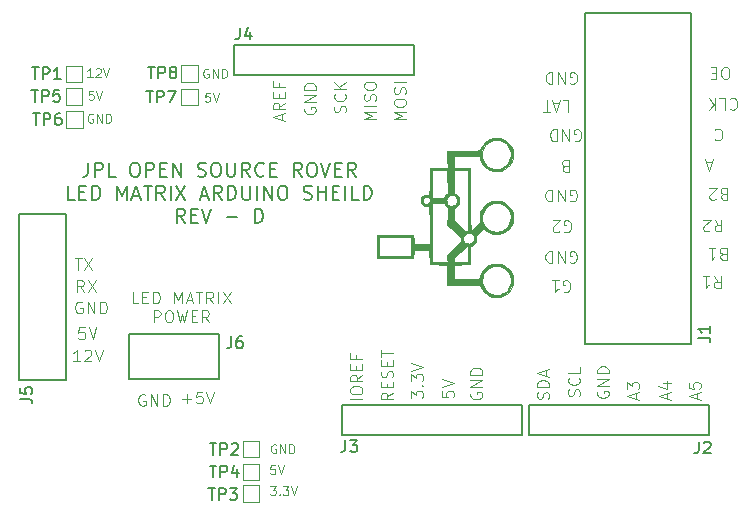
<source format=gbr>
G04 #@! TF.GenerationSoftware,KiCad,Pcbnew,(5.0.2)-1*
G04 #@! TF.CreationDate,2019-07-25T17:15:10-07:00*
G04 #@! TF.ProjectId,Arduino_uno_sheild,41726475-696e-46f5-9f75-6e6f5f736865,rev?*
G04 #@! TF.SameCoordinates,Original*
G04 #@! TF.FileFunction,Legend,Top*
G04 #@! TF.FilePolarity,Positive*
%FSLAX46Y46*%
G04 Gerber Fmt 4.6, Leading zero omitted, Abs format (unit mm)*
G04 Created by KiCad (PCBNEW (5.0.2)-1) date 7/25/2019 5:15:10 PM*
%MOMM*%
%LPD*%
G01*
G04 APERTURE LIST*
%ADD10C,0.100000*%
%ADD11C,0.150000*%
%ADD12C,0.010000*%
%ADD13C,0.120000*%
G04 APERTURE END LIST*
D10*
X17907071Y39808500D02*
X17835642Y39844214D01*
X17728500Y39844214D01*
X17621357Y39808500D01*
X17549928Y39737071D01*
X17514214Y39665642D01*
X17478500Y39522785D01*
X17478500Y39415642D01*
X17514214Y39272785D01*
X17549928Y39201357D01*
X17621357Y39129928D01*
X17728500Y39094214D01*
X17799928Y39094214D01*
X17907071Y39129928D01*
X17942785Y39165642D01*
X17942785Y39415642D01*
X17799928Y39415642D01*
X18264214Y39094214D02*
X18264214Y39844214D01*
X18692785Y39094214D01*
X18692785Y39844214D01*
X19049928Y39094214D02*
X19049928Y39844214D01*
X19228500Y39844214D01*
X19335642Y39808500D01*
X19407071Y39737071D01*
X19442785Y39665642D01*
X19478500Y39522785D01*
X19478500Y39415642D01*
X19442785Y39272785D01*
X19407071Y39201357D01*
X19335642Y39129928D01*
X19228500Y39094214D01*
X19049928Y39094214D01*
X18018142Y37812214D02*
X17661000Y37812214D01*
X17625285Y37455071D01*
X17661000Y37490785D01*
X17732428Y37526500D01*
X17911000Y37526500D01*
X17982428Y37490785D01*
X18018142Y37455071D01*
X18053857Y37383642D01*
X18053857Y37205071D01*
X18018142Y37133642D01*
X17982428Y37097928D01*
X17911000Y37062214D01*
X17732428Y37062214D01*
X17661000Y37097928D01*
X17625285Y37133642D01*
X18268142Y37812214D02*
X18518142Y37062214D01*
X18768142Y37812214D01*
X23622071Y8033100D02*
X23550642Y8068814D01*
X23443500Y8068814D01*
X23336357Y8033100D01*
X23264928Y7961671D01*
X23229214Y7890242D01*
X23193500Y7747385D01*
X23193500Y7640242D01*
X23229214Y7497385D01*
X23264928Y7425957D01*
X23336357Y7354528D01*
X23443500Y7318814D01*
X23514928Y7318814D01*
X23622071Y7354528D01*
X23657785Y7390242D01*
X23657785Y7640242D01*
X23514928Y7640242D01*
X23979214Y7318814D02*
X23979214Y8068814D01*
X24407785Y7318814D01*
X24407785Y8068814D01*
X24764928Y7318814D02*
X24764928Y8068814D01*
X24943500Y8068814D01*
X25050642Y8033100D01*
X25122071Y7961671D01*
X25157785Y7890242D01*
X25193500Y7747385D01*
X25193500Y7640242D01*
X25157785Y7497385D01*
X25122071Y7425957D01*
X25050642Y7354528D01*
X24943500Y7318814D01*
X24764928Y7318814D01*
X23149857Y4525514D02*
X23614142Y4525514D01*
X23364142Y4239800D01*
X23471285Y4239800D01*
X23542714Y4204085D01*
X23578428Y4168371D01*
X23614142Y4096942D01*
X23614142Y3918371D01*
X23578428Y3846942D01*
X23542714Y3811228D01*
X23471285Y3775514D01*
X23257000Y3775514D01*
X23185571Y3811228D01*
X23149857Y3846942D01*
X23935571Y3846942D02*
X23971285Y3811228D01*
X23935571Y3775514D01*
X23899857Y3811228D01*
X23935571Y3846942D01*
X23935571Y3775514D01*
X24221285Y4525514D02*
X24685571Y4525514D01*
X24435571Y4239800D01*
X24542714Y4239800D01*
X24614142Y4204085D01*
X24649857Y4168371D01*
X24685571Y4096942D01*
X24685571Y3918371D01*
X24649857Y3846942D01*
X24614142Y3811228D01*
X24542714Y3775514D01*
X24328428Y3775514D01*
X24257000Y3811228D01*
X24221285Y3846942D01*
X24899857Y4525514D02*
X25149857Y3775514D01*
X25399857Y4525514D01*
X23542642Y6303514D02*
X23185500Y6303514D01*
X23149785Y5946371D01*
X23185500Y5982085D01*
X23256928Y6017800D01*
X23435500Y6017800D01*
X23506928Y5982085D01*
X23542642Y5946371D01*
X23578357Y5874942D01*
X23578357Y5696371D01*
X23542642Y5624942D01*
X23506928Y5589228D01*
X23435500Y5553514D01*
X23256928Y5553514D01*
X23185500Y5589228D01*
X23149785Y5624942D01*
X23792642Y6303514D02*
X24042642Y5553514D01*
X24292642Y6303514D01*
X8115371Y35998500D02*
X8043942Y36034214D01*
X7936800Y36034214D01*
X7829657Y35998500D01*
X7758228Y35927071D01*
X7722514Y35855642D01*
X7686800Y35712785D01*
X7686800Y35605642D01*
X7722514Y35462785D01*
X7758228Y35391357D01*
X7829657Y35319928D01*
X7936800Y35284214D01*
X8008228Y35284214D01*
X8115371Y35319928D01*
X8151085Y35355642D01*
X8151085Y35605642D01*
X8008228Y35605642D01*
X8472514Y35284214D02*
X8472514Y36034214D01*
X8901085Y35284214D01*
X8901085Y36034214D01*
X9258228Y35284214D02*
X9258228Y36034214D01*
X9436800Y36034214D01*
X9543942Y35998500D01*
X9615371Y35927071D01*
X9651085Y35855642D01*
X9686800Y35712785D01*
X9686800Y35605642D01*
X9651085Y35462785D01*
X9615371Y35391357D01*
X9543942Y35319928D01*
X9436800Y35284214D01*
X9258228Y35284214D01*
X8162942Y38002714D02*
X7805800Y38002714D01*
X7770085Y37645571D01*
X7805800Y37681285D01*
X7877228Y37717000D01*
X8055800Y37717000D01*
X8127228Y37681285D01*
X8162942Y37645571D01*
X8198657Y37574142D01*
X8198657Y37395571D01*
X8162942Y37324142D01*
X8127228Y37288428D01*
X8055800Y37252714D01*
X7877228Y37252714D01*
X7805800Y37288428D01*
X7770085Y37324142D01*
X8412942Y38002714D02*
X8662942Y37252714D01*
X8912942Y38002714D01*
X8095514Y39157714D02*
X7666942Y39157714D01*
X7881228Y39157714D02*
X7881228Y39907714D01*
X7809800Y39800571D01*
X7738371Y39729142D01*
X7666942Y39693428D01*
X8381228Y39836285D02*
X8416942Y39872000D01*
X8488371Y39907714D01*
X8666942Y39907714D01*
X8738371Y39872000D01*
X8774085Y39836285D01*
X8809800Y39764857D01*
X8809800Y39693428D01*
X8774085Y39586285D01*
X8345514Y39157714D01*
X8809800Y39157714D01*
X9024085Y39907714D02*
X9274085Y39157714D01*
X9524085Y39907714D01*
X12547695Y12285600D02*
X12452457Y12333219D01*
X12309600Y12333219D01*
X12166742Y12285600D01*
X12071504Y12190361D01*
X12023885Y12095123D01*
X11976266Y11904647D01*
X11976266Y11761790D01*
X12023885Y11571314D01*
X12071504Y11476076D01*
X12166742Y11380838D01*
X12309600Y11333219D01*
X12404838Y11333219D01*
X12547695Y11380838D01*
X12595314Y11428457D01*
X12595314Y11761790D01*
X12404838Y11761790D01*
X13023885Y11333219D02*
X13023885Y12333219D01*
X13595314Y11333219D01*
X13595314Y12333219D01*
X14071504Y11333219D02*
X14071504Y12333219D01*
X14309600Y12333219D01*
X14452457Y12285600D01*
X14547695Y12190361D01*
X14595314Y12095123D01*
X14642933Y11904647D01*
X14642933Y11761790D01*
X14595314Y11571314D01*
X14547695Y11476076D01*
X14452457Y11380838D01*
X14309600Y11333219D01*
X14071504Y11333219D01*
X15681485Y11917371D02*
X16443390Y11917371D01*
X16062438Y11536419D02*
X16062438Y12298323D01*
X17395771Y12536419D02*
X16919580Y12536419D01*
X16871961Y12060228D01*
X16919580Y12107847D01*
X17014819Y12155466D01*
X17252914Y12155466D01*
X17348152Y12107847D01*
X17395771Y12060228D01*
X17443390Y11964990D01*
X17443390Y11726895D01*
X17395771Y11631657D01*
X17348152Y11584038D01*
X17252914Y11536419D01*
X17014819Y11536419D01*
X16919580Y11584038D01*
X16871961Y11631657D01*
X17729104Y12536419D02*
X18062438Y11536419D01*
X18395771Y12536419D01*
X11976552Y20007219D02*
X11500361Y20007219D01*
X11500361Y21007219D01*
X12309885Y20531028D02*
X12643219Y20531028D01*
X12786076Y20007219D02*
X12309885Y20007219D01*
X12309885Y21007219D01*
X12786076Y21007219D01*
X13214647Y20007219D02*
X13214647Y21007219D01*
X13452742Y21007219D01*
X13595600Y20959600D01*
X13690838Y20864361D01*
X13738457Y20769123D01*
X13786076Y20578647D01*
X13786076Y20435790D01*
X13738457Y20245314D01*
X13690838Y20150076D01*
X13595600Y20054838D01*
X13452742Y20007219D01*
X13214647Y20007219D01*
X14976552Y20007219D02*
X14976552Y21007219D01*
X15309885Y20292933D01*
X15643219Y21007219D01*
X15643219Y20007219D01*
X16071790Y20292933D02*
X16547980Y20292933D01*
X15976552Y20007219D02*
X16309885Y21007219D01*
X16643219Y20007219D01*
X16833695Y21007219D02*
X17405123Y21007219D01*
X17119409Y20007219D02*
X17119409Y21007219D01*
X18309885Y20007219D02*
X17976552Y20483409D01*
X17738457Y20007219D02*
X17738457Y21007219D01*
X18119409Y21007219D01*
X18214647Y20959600D01*
X18262266Y20911980D01*
X18309885Y20816742D01*
X18309885Y20673885D01*
X18262266Y20578647D01*
X18214647Y20531028D01*
X18119409Y20483409D01*
X17738457Y20483409D01*
X18738457Y20007219D02*
X18738457Y21007219D01*
X19119409Y21007219D02*
X19786076Y20007219D01*
X19786076Y21007219D02*
X19119409Y20007219D01*
X13286076Y18407219D02*
X13286076Y19407219D01*
X13667028Y19407219D01*
X13762266Y19359600D01*
X13809885Y19311980D01*
X13857504Y19216742D01*
X13857504Y19073885D01*
X13809885Y18978647D01*
X13762266Y18931028D01*
X13667028Y18883409D01*
X13286076Y18883409D01*
X14476552Y19407219D02*
X14667028Y19407219D01*
X14762266Y19359600D01*
X14857504Y19264361D01*
X14905123Y19073885D01*
X14905123Y18740552D01*
X14857504Y18550076D01*
X14762266Y18454838D01*
X14667028Y18407219D01*
X14476552Y18407219D01*
X14381314Y18454838D01*
X14286076Y18550076D01*
X14238457Y18740552D01*
X14238457Y19073885D01*
X14286076Y19264361D01*
X14381314Y19359600D01*
X14476552Y19407219D01*
X15238457Y19407219D02*
X15476552Y18407219D01*
X15667028Y19121504D01*
X15857504Y18407219D01*
X16095600Y19407219D01*
X16476552Y18931028D02*
X16809885Y18931028D01*
X16952742Y18407219D02*
X16476552Y18407219D01*
X16476552Y19407219D01*
X16952742Y19407219D01*
X17952742Y18407219D02*
X17619409Y18883409D01*
X17381314Y18407219D02*
X17381314Y19407219D01*
X17762266Y19407219D01*
X17857504Y19359600D01*
X17905123Y19311980D01*
X17952742Y19216742D01*
X17952742Y19073885D01*
X17905123Y18978647D01*
X17857504Y18931028D01*
X17762266Y18883409D01*
X17381314Y18883409D01*
X7351733Y20985219D02*
X7018400Y21461409D01*
X6780304Y20985219D02*
X6780304Y21985219D01*
X7161257Y21985219D01*
X7256495Y21937600D01*
X7304114Y21889980D01*
X7351733Y21794742D01*
X7351733Y21651885D01*
X7304114Y21556647D01*
X7256495Y21509028D01*
X7161257Y21461409D01*
X6780304Y21461409D01*
X7685066Y21985219D02*
X8351733Y20985219D01*
X8351733Y21985219D02*
X7685066Y20985219D01*
X7429523Y17972019D02*
X6953333Y17972019D01*
X6905714Y17495828D01*
X6953333Y17543447D01*
X7048571Y17591066D01*
X7286666Y17591066D01*
X7381904Y17543447D01*
X7429523Y17495828D01*
X7477142Y17400590D01*
X7477142Y17162495D01*
X7429523Y17067257D01*
X7381904Y17019638D01*
X7286666Y16972019D01*
X7048571Y16972019D01*
X6953333Y17019638D01*
X6905714Y17067257D01*
X7762857Y17972019D02*
X8096190Y16972019D01*
X8429523Y17972019D01*
X7051752Y15092419D02*
X6480323Y15092419D01*
X6766038Y15092419D02*
X6766038Y16092419D01*
X6670800Y15949561D01*
X6575561Y15854323D01*
X6480323Y15806704D01*
X7432704Y15997180D02*
X7480323Y16044800D01*
X7575561Y16092419D01*
X7813657Y16092419D01*
X7908895Y16044800D01*
X7956514Y15997180D01*
X8004133Y15901942D01*
X8004133Y15806704D01*
X7956514Y15663847D01*
X7385085Y15092419D01*
X8004133Y15092419D01*
X8289847Y16092419D02*
X8623180Y15092419D01*
X8956514Y16092419D01*
X7213695Y20108800D02*
X7118457Y20156419D01*
X6975599Y20156419D01*
X6832742Y20108800D01*
X6737504Y20013561D01*
X6689885Y19918323D01*
X6642266Y19727847D01*
X6642266Y19584990D01*
X6689885Y19394514D01*
X6737504Y19299276D01*
X6832742Y19204038D01*
X6975599Y19156419D01*
X7070838Y19156419D01*
X7213695Y19204038D01*
X7261314Y19251657D01*
X7261314Y19584990D01*
X7070838Y19584990D01*
X7689885Y19156419D02*
X7689885Y20156419D01*
X8261314Y19156419D01*
X8261314Y20156419D01*
X8737504Y19156419D02*
X8737504Y20156419D01*
X8975600Y20156419D01*
X9118457Y20108800D01*
X9213695Y20013561D01*
X9261314Y19918323D01*
X9308933Y19727847D01*
X9308933Y19584990D01*
X9261314Y19394514D01*
X9213695Y19299276D01*
X9118457Y19204038D01*
X8975600Y19156419D01*
X8737504Y19156419D01*
X6604095Y23814019D02*
X7175523Y23814019D01*
X6889809Y22814019D02*
X6889809Y23814019D01*
X7413619Y23814019D02*
X8080285Y22814019D01*
X8080285Y23814019D02*
X7413619Y22814019D01*
X59285166Y11922214D02*
X59285166Y12398404D01*
X59570880Y11826976D02*
X58570880Y12160309D01*
X59570880Y12493642D01*
X58570880Y13303166D02*
X58570880Y12826976D01*
X59047071Y12779357D01*
X58999452Y12826976D01*
X58951833Y12922214D01*
X58951833Y13160309D01*
X58999452Y13255547D01*
X59047071Y13303166D01*
X59142309Y13350785D01*
X59380404Y13350785D01*
X59475642Y13303166D01*
X59523261Y13255547D01*
X59570880Y13160309D01*
X59570880Y12922214D01*
X59523261Y12826976D01*
X59475642Y12779357D01*
X56745166Y11922214D02*
X56745166Y12398404D01*
X57030880Y11826976D02*
X56030880Y12160309D01*
X57030880Y12493642D01*
X56364214Y13255547D02*
X57030880Y13255547D01*
X55983261Y13017452D02*
X56697547Y12779357D01*
X56697547Y13398404D01*
X54078166Y11922214D02*
X54078166Y12398404D01*
X54363880Y11826976D02*
X53363880Y12160309D01*
X54363880Y12493642D01*
X53363880Y12731738D02*
X53363880Y13350785D01*
X53744833Y13017452D01*
X53744833Y13160309D01*
X53792452Y13255547D01*
X53840071Y13303166D01*
X53935309Y13350785D01*
X54173404Y13350785D01*
X54268642Y13303166D01*
X54316261Y13255547D01*
X54363880Y13160309D01*
X54363880Y12874595D01*
X54316261Y12779357D01*
X54268642Y12731738D01*
X50871500Y12573095D02*
X50823880Y12477857D01*
X50823880Y12335000D01*
X50871500Y12192142D01*
X50966738Y12096904D01*
X51061976Y12049285D01*
X51252452Y12001666D01*
X51395309Y12001666D01*
X51585785Y12049285D01*
X51681023Y12096904D01*
X51776261Y12192142D01*
X51823880Y12335000D01*
X51823880Y12430238D01*
X51776261Y12573095D01*
X51728642Y12620714D01*
X51395309Y12620714D01*
X51395309Y12430238D01*
X51823880Y13049285D02*
X50823880Y13049285D01*
X51823880Y13620714D01*
X50823880Y13620714D01*
X51823880Y14096904D02*
X50823880Y14096904D01*
X50823880Y14335000D01*
X50871500Y14477857D01*
X50966738Y14573095D01*
X51061976Y14620714D01*
X51252452Y14668333D01*
X51395309Y14668333D01*
X51585785Y14620714D01*
X51681023Y14573095D01*
X51776261Y14477857D01*
X51823880Y14335000D01*
X51823880Y14096904D01*
X49299761Y12144523D02*
X49347380Y12287380D01*
X49347380Y12525476D01*
X49299761Y12620714D01*
X49252142Y12668333D01*
X49156904Y12715952D01*
X49061666Y12715952D01*
X48966428Y12668333D01*
X48918809Y12620714D01*
X48871190Y12525476D01*
X48823571Y12335000D01*
X48775952Y12239761D01*
X48728333Y12192142D01*
X48633095Y12144523D01*
X48537857Y12144523D01*
X48442619Y12192142D01*
X48395000Y12239761D01*
X48347380Y12335000D01*
X48347380Y12573095D01*
X48395000Y12715952D01*
X49252142Y13715952D02*
X49299761Y13668333D01*
X49347380Y13525476D01*
X49347380Y13430238D01*
X49299761Y13287380D01*
X49204523Y13192142D01*
X49109285Y13144523D01*
X48918809Y13096904D01*
X48775952Y13096904D01*
X48585476Y13144523D01*
X48490238Y13192142D01*
X48395000Y13287380D01*
X48347380Y13430238D01*
X48347380Y13525476D01*
X48395000Y13668333D01*
X48442619Y13715952D01*
X49347380Y14620714D02*
X49347380Y14144523D01*
X48347380Y14144523D01*
X46696261Y11930214D02*
X46743880Y12073071D01*
X46743880Y12311166D01*
X46696261Y12406404D01*
X46648642Y12454023D01*
X46553404Y12501642D01*
X46458166Y12501642D01*
X46362928Y12454023D01*
X46315309Y12406404D01*
X46267690Y12311166D01*
X46220071Y12120690D01*
X46172452Y12025452D01*
X46124833Y11977833D01*
X46029595Y11930214D01*
X45934357Y11930214D01*
X45839119Y11977833D01*
X45791500Y12025452D01*
X45743880Y12120690D01*
X45743880Y12358785D01*
X45791500Y12501642D01*
X46743880Y12930214D02*
X45743880Y12930214D01*
X45743880Y13168309D01*
X45791500Y13311166D01*
X45886738Y13406404D01*
X45981976Y13454023D01*
X46172452Y13501642D01*
X46315309Y13501642D01*
X46505785Y13454023D01*
X46601023Y13406404D01*
X46696261Y13311166D01*
X46743880Y13168309D01*
X46743880Y12930214D01*
X46458166Y13882595D02*
X46458166Y14358785D01*
X46743880Y13787357D02*
X45743880Y14120690D01*
X46743880Y14454023D01*
X40140000Y12446095D02*
X40092380Y12350857D01*
X40092380Y12208000D01*
X40140000Y12065142D01*
X40235238Y11969904D01*
X40330476Y11922285D01*
X40520952Y11874666D01*
X40663809Y11874666D01*
X40854285Y11922285D01*
X40949523Y11969904D01*
X41044761Y12065142D01*
X41092380Y12208000D01*
X41092380Y12303238D01*
X41044761Y12446095D01*
X40997142Y12493714D01*
X40663809Y12493714D01*
X40663809Y12303238D01*
X41092380Y12922285D02*
X40092380Y12922285D01*
X41092380Y13493714D01*
X40092380Y13493714D01*
X41092380Y13969904D02*
X40092380Y13969904D01*
X40092380Y14208000D01*
X40140000Y14350857D01*
X40235238Y14446095D01*
X40330476Y14493714D01*
X40520952Y14541333D01*
X40663809Y14541333D01*
X40854285Y14493714D01*
X40949523Y14446095D01*
X41044761Y14350857D01*
X41092380Y14208000D01*
X41092380Y13969904D01*
X37679380Y12573023D02*
X37679380Y12096833D01*
X38155571Y12049214D01*
X38107952Y12096833D01*
X38060333Y12192071D01*
X38060333Y12430166D01*
X38107952Y12525404D01*
X38155571Y12573023D01*
X38250809Y12620642D01*
X38488904Y12620642D01*
X38584142Y12573023D01*
X38631761Y12525404D01*
X38679380Y12430166D01*
X38679380Y12192071D01*
X38631761Y12096833D01*
X38584142Y12049214D01*
X37679380Y12906357D02*
X38679380Y13239690D01*
X37679380Y13573023D01*
X35075880Y11985809D02*
X35075880Y12604857D01*
X35456833Y12271523D01*
X35456833Y12414380D01*
X35504452Y12509619D01*
X35552071Y12557238D01*
X35647309Y12604857D01*
X35885404Y12604857D01*
X35980642Y12557238D01*
X36028261Y12509619D01*
X36075880Y12414380D01*
X36075880Y12128666D01*
X36028261Y12033428D01*
X35980642Y11985809D01*
X35980642Y13033428D02*
X36028261Y13081047D01*
X36075880Y13033428D01*
X36028261Y12985809D01*
X35980642Y13033428D01*
X36075880Y13033428D01*
X35075880Y13414380D02*
X35075880Y14033428D01*
X35456833Y13700095D01*
X35456833Y13842952D01*
X35504452Y13938190D01*
X35552071Y13985809D01*
X35647309Y14033428D01*
X35885404Y14033428D01*
X35980642Y13985809D01*
X36028261Y13938190D01*
X36075880Y13842952D01*
X36075880Y13557238D01*
X36028261Y13462000D01*
X35980642Y13414380D01*
X35075880Y14319142D02*
X36075880Y14652476D01*
X35075880Y14985809D01*
X33535880Y12454119D02*
X33059690Y12120785D01*
X33535880Y11882690D02*
X32535880Y11882690D01*
X32535880Y12263642D01*
X32583500Y12358880D01*
X32631119Y12406500D01*
X32726357Y12454119D01*
X32869214Y12454119D01*
X32964452Y12406500D01*
X33012071Y12358880D01*
X33059690Y12263642D01*
X33059690Y11882690D01*
X33012071Y12882690D02*
X33012071Y13216023D01*
X33535880Y13358880D02*
X33535880Y12882690D01*
X32535880Y12882690D01*
X32535880Y13358880D01*
X33488261Y13739833D02*
X33535880Y13882690D01*
X33535880Y14120785D01*
X33488261Y14216023D01*
X33440642Y14263642D01*
X33345404Y14311261D01*
X33250166Y14311261D01*
X33154928Y14263642D01*
X33107309Y14216023D01*
X33059690Y14120785D01*
X33012071Y13930309D01*
X32964452Y13835071D01*
X32916833Y13787452D01*
X32821595Y13739833D01*
X32726357Y13739833D01*
X32631119Y13787452D01*
X32583500Y13835071D01*
X32535880Y13930309D01*
X32535880Y14168404D01*
X32583500Y14311261D01*
X33012071Y14739833D02*
X33012071Y15073166D01*
X33535880Y15216023D02*
X33535880Y14739833D01*
X32535880Y14739833D01*
X32535880Y15216023D01*
X32535880Y15501738D02*
X32535880Y16073166D01*
X33535880Y15787452D02*
X32535880Y15787452D01*
X30932380Y11874738D02*
X29932380Y11874738D01*
X29932380Y12541404D02*
X29932380Y12731880D01*
X29980000Y12827119D01*
X30075238Y12922357D01*
X30265714Y12969976D01*
X30599047Y12969976D01*
X30789523Y12922357D01*
X30884761Y12827119D01*
X30932380Y12731880D01*
X30932380Y12541404D01*
X30884761Y12446166D01*
X30789523Y12350928D01*
X30599047Y12303309D01*
X30265714Y12303309D01*
X30075238Y12350928D01*
X29980000Y12446166D01*
X29932380Y12541404D01*
X30932380Y13969976D02*
X30456190Y13636642D01*
X30932380Y13398547D02*
X29932380Y13398547D01*
X29932380Y13779500D01*
X29980000Y13874738D01*
X30027619Y13922357D01*
X30122857Y13969976D01*
X30265714Y13969976D01*
X30360952Y13922357D01*
X30408571Y13874738D01*
X30456190Y13779500D01*
X30456190Y13398547D01*
X30408571Y14398547D02*
X30408571Y14731880D01*
X30932380Y14874738D02*
X30932380Y14398547D01*
X29932380Y14398547D01*
X29932380Y14874738D01*
X30408571Y15636642D02*
X30408571Y15303309D01*
X30932380Y15303309D02*
X29932380Y15303309D01*
X29932380Y15779500D01*
X48551295Y38636423D02*
X48646533Y38588803D01*
X48789391Y38588803D01*
X48932248Y38636423D01*
X49027486Y38731661D01*
X49075105Y38826899D01*
X49122724Y39017375D01*
X49122724Y39160232D01*
X49075105Y39350708D01*
X49027486Y39445946D01*
X48932248Y39541184D01*
X48789391Y39588803D01*
X48694152Y39588803D01*
X48551295Y39541184D01*
X48503676Y39493565D01*
X48503676Y39160232D01*
X48694152Y39160232D01*
X48075105Y39588803D02*
X48075105Y38588803D01*
X47503676Y39588803D01*
X47503676Y38588803D01*
X47027486Y39588803D02*
X47027486Y38588803D01*
X46789391Y38588803D01*
X46646533Y38636423D01*
X46551295Y38731661D01*
X46503676Y38826899D01*
X46456057Y39017375D01*
X46456057Y39160232D01*
X46503676Y39350708D01*
X46551295Y39445946D01*
X46646533Y39541184D01*
X46789391Y39588803D01*
X47027486Y39588803D01*
X47896400Y37231580D02*
X48372590Y37231580D01*
X48372590Y36231580D01*
X47610685Y36945866D02*
X47134495Y36945866D01*
X47705923Y37231580D02*
X47372590Y36231580D01*
X47039257Y37231580D01*
X46848780Y36231580D02*
X46277352Y36231580D01*
X46563066Y37231580D02*
X46563066Y36231580D01*
X48919595Y33785023D02*
X49014833Y33737403D01*
X49157691Y33737403D01*
X49300548Y33785023D01*
X49395786Y33880261D01*
X49443405Y33975499D01*
X49491024Y34165975D01*
X49491024Y34308832D01*
X49443405Y34499308D01*
X49395786Y34594546D01*
X49300548Y34689784D01*
X49157691Y34737403D01*
X49062452Y34737403D01*
X48919595Y34689784D01*
X48871976Y34642165D01*
X48871976Y34308832D01*
X49062452Y34308832D01*
X48443405Y34737403D02*
X48443405Y33737403D01*
X47871976Y34737403D01*
X47871976Y33737403D01*
X47395786Y34737403D02*
X47395786Y33737403D01*
X47157691Y33737403D01*
X47014833Y33785023D01*
X46919595Y33880261D01*
X46871976Y33975499D01*
X46824357Y34165975D01*
X46824357Y34308832D01*
X46871976Y34499308D01*
X46919595Y34594546D01*
X47014833Y34689784D01*
X47157691Y34737403D01*
X47395786Y34737403D01*
X48086262Y31610094D02*
X47943405Y31657713D01*
X47895786Y31705332D01*
X47848167Y31800570D01*
X47848167Y31943427D01*
X47895786Y32038665D01*
X47943405Y32086284D01*
X48038643Y32133903D01*
X48419595Y32133903D01*
X48419595Y31133903D01*
X48086262Y31133903D01*
X47991024Y31181523D01*
X47943405Y31229142D01*
X47895786Y31324380D01*
X47895786Y31419618D01*
X47943405Y31514856D01*
X47991024Y31562475D01*
X48086262Y31610094D01*
X48419595Y31610094D01*
X48538595Y28692323D02*
X48633833Y28644703D01*
X48776691Y28644703D01*
X48919548Y28692323D01*
X49014786Y28787561D01*
X49062405Y28882799D01*
X49110024Y29073275D01*
X49110024Y29216132D01*
X49062405Y29406608D01*
X49014786Y29501846D01*
X48919548Y29597084D01*
X48776691Y29644703D01*
X48681452Y29644703D01*
X48538595Y29597084D01*
X48490976Y29549465D01*
X48490976Y29216132D01*
X48681452Y29216132D01*
X48062405Y29644703D02*
X48062405Y28644703D01*
X47490976Y29644703D01*
X47490976Y28644703D01*
X47014786Y29644703D02*
X47014786Y28644703D01*
X46776691Y28644703D01*
X46633833Y28692323D01*
X46538595Y28787561D01*
X46490976Y28882799D01*
X46443357Y29073275D01*
X46443357Y29216132D01*
X46490976Y29406608D01*
X46538595Y29501846D01*
X46633833Y29597084D01*
X46776691Y29644703D01*
X47014786Y29644703D01*
X48054476Y26088823D02*
X48149714Y26041203D01*
X48292571Y26041203D01*
X48435429Y26088823D01*
X48530667Y26184061D01*
X48578286Y26279299D01*
X48625905Y26469775D01*
X48625905Y26612632D01*
X48578286Y26803108D01*
X48530667Y26898346D01*
X48435429Y26993584D01*
X48292571Y27041203D01*
X48197333Y27041203D01*
X48054476Y26993584D01*
X48006857Y26945965D01*
X48006857Y26612632D01*
X48197333Y26612632D01*
X47625905Y26136442D02*
X47578286Y26088823D01*
X47483048Y26041203D01*
X47244952Y26041203D01*
X47149714Y26088823D01*
X47102095Y26136442D01*
X47054476Y26231680D01*
X47054476Y26326918D01*
X47102095Y26469775D01*
X47673524Y27041203D01*
X47054476Y27041203D01*
X48538595Y23485323D02*
X48633833Y23437703D01*
X48776691Y23437703D01*
X48919548Y23485323D01*
X49014786Y23580561D01*
X49062405Y23675799D01*
X49110024Y23866275D01*
X49110024Y24009132D01*
X49062405Y24199608D01*
X49014786Y24294846D01*
X48919548Y24390084D01*
X48776691Y24437703D01*
X48681452Y24437703D01*
X48538595Y24390084D01*
X48490976Y24342465D01*
X48490976Y24009132D01*
X48681452Y24009132D01*
X48062405Y24437703D02*
X48062405Y23437703D01*
X47490976Y24437703D01*
X47490976Y23437703D01*
X47014786Y24437703D02*
X47014786Y23437703D01*
X46776691Y23437703D01*
X46633833Y23485323D01*
X46538595Y23580561D01*
X46490976Y23675799D01*
X46443357Y23866275D01*
X46443357Y24009132D01*
X46490976Y24199608D01*
X46538595Y24294846D01*
X46633833Y24390084D01*
X46776691Y24437703D01*
X47014786Y24437703D01*
X47990976Y21008823D02*
X48086214Y20961203D01*
X48229071Y20961203D01*
X48371929Y21008823D01*
X48467167Y21104061D01*
X48514786Y21199299D01*
X48562405Y21389775D01*
X48562405Y21532632D01*
X48514786Y21723108D01*
X48467167Y21818346D01*
X48371929Y21913584D01*
X48229071Y21961203D01*
X48133833Y21961203D01*
X47990976Y21913584D01*
X47943357Y21865965D01*
X47943357Y21532632D01*
X48133833Y21532632D01*
X46990976Y21961203D02*
X47562405Y21961203D01*
X47276691Y21961203D02*
X47276691Y20961203D01*
X47371929Y21104061D01*
X47467167Y21199299D01*
X47562405Y21246918D01*
X61773610Y39007903D02*
X61583133Y39007903D01*
X61487895Y39055523D01*
X61392657Y39150761D01*
X61345038Y39341237D01*
X61345038Y39674570D01*
X61392657Y39865046D01*
X61487895Y39960284D01*
X61583133Y40007903D01*
X61773610Y40007903D01*
X61868848Y39960284D01*
X61964086Y39865046D01*
X62011705Y39674570D01*
X62011705Y39341237D01*
X61964086Y39150761D01*
X61868848Y39055523D01*
X61773610Y39007903D01*
X60916467Y39484094D02*
X60583133Y39484094D01*
X60440276Y40007903D02*
X60916467Y40007903D01*
X60916467Y39007903D01*
X60440276Y39007903D01*
X62075229Y37309165D02*
X62122848Y37356784D01*
X62265705Y37404403D01*
X62360943Y37404403D01*
X62503800Y37356784D01*
X62599038Y37261546D01*
X62646657Y37166308D01*
X62694276Y36975832D01*
X62694276Y36832975D01*
X62646657Y36642499D01*
X62599038Y36547261D01*
X62503800Y36452023D01*
X62360943Y36404403D01*
X62265705Y36404403D01*
X62122848Y36452023D01*
X62075229Y36499642D01*
X61170467Y37404403D02*
X61646657Y37404403D01*
X61646657Y36404403D01*
X60837133Y37404403D02*
X60837133Y36404403D01*
X60265705Y37404403D02*
X60694276Y36832975D01*
X60265705Y36404403D02*
X60837133Y36975832D01*
X60789467Y34705665D02*
X60837086Y34753284D01*
X60979943Y34800903D01*
X61075181Y34800903D01*
X61218038Y34753284D01*
X61313276Y34658046D01*
X61360895Y34562808D01*
X61408514Y34372332D01*
X61408514Y34229475D01*
X61360895Y34038999D01*
X61313276Y33943761D01*
X61218038Y33848523D01*
X61075181Y33800903D01*
X60979943Y33800903D01*
X60837086Y33848523D01*
X60789467Y33896142D01*
X60524286Y31937089D02*
X60048095Y31937089D01*
X60619524Y32222803D02*
X60286191Y31222803D01*
X59952857Y32222803D01*
X61503752Y29260594D02*
X61360895Y29308213D01*
X61313276Y29355832D01*
X61265657Y29451070D01*
X61265657Y29593927D01*
X61313276Y29689165D01*
X61360895Y29736784D01*
X61456133Y29784403D01*
X61837086Y29784403D01*
X61837086Y28784403D01*
X61503752Y28784403D01*
X61408514Y28832023D01*
X61360895Y28879642D01*
X61313276Y28974880D01*
X61313276Y29070118D01*
X61360895Y29165356D01*
X61408514Y29212975D01*
X61503752Y29260594D01*
X61837086Y29260594D01*
X60884705Y28879642D02*
X60837086Y28832023D01*
X60741848Y28784403D01*
X60503752Y28784403D01*
X60408514Y28832023D01*
X60360895Y28879642D01*
X60313276Y28974880D01*
X60313276Y29070118D01*
X60360895Y29212975D01*
X60932324Y29784403D01*
X60313276Y29784403D01*
X60757657Y27092003D02*
X61090991Y26615813D01*
X61329086Y27092003D02*
X61329086Y26092003D01*
X60948133Y26092003D01*
X60852895Y26139623D01*
X60805276Y26187242D01*
X60757657Y26282480D01*
X60757657Y26425337D01*
X60805276Y26520575D01*
X60852895Y26568194D01*
X60948133Y26615813D01*
X61329086Y26615813D01*
X60376705Y26187242D02*
X60329086Y26139623D01*
X60233848Y26092003D01*
X59995752Y26092003D01*
X59900514Y26139623D01*
X59852895Y26187242D01*
X59805276Y26282480D01*
X59805276Y26377718D01*
X59852895Y26520575D01*
X60424324Y27092003D01*
X59805276Y27092003D01*
X61440252Y24180594D02*
X61297395Y24228213D01*
X61249776Y24275832D01*
X61202157Y24371070D01*
X61202157Y24513927D01*
X61249776Y24609165D01*
X61297395Y24656784D01*
X61392633Y24704403D01*
X61773586Y24704403D01*
X61773586Y23704403D01*
X61440252Y23704403D01*
X61345014Y23752023D01*
X61297395Y23799642D01*
X61249776Y23894880D01*
X61249776Y23990118D01*
X61297395Y24085356D01*
X61345014Y24132975D01*
X61440252Y24180594D01*
X61773586Y24180594D01*
X60249776Y24704403D02*
X60821205Y24704403D01*
X60535491Y24704403D02*
X60535491Y23704403D01*
X60630729Y23847261D01*
X60725967Y23942499D01*
X60821205Y23990118D01*
X60706857Y22316803D02*
X61040191Y21840613D01*
X61278286Y22316803D02*
X61278286Y21316803D01*
X60897333Y21316803D01*
X60802095Y21364423D01*
X60754476Y21412042D01*
X60706857Y21507280D01*
X60706857Y21650137D01*
X60754476Y21745375D01*
X60802095Y21792994D01*
X60897333Y21840613D01*
X61278286Y21840613D01*
X59754476Y22316803D02*
X60325905Y22316803D01*
X60040191Y22316803D02*
X60040191Y21316803D01*
X60135429Y21459661D01*
X60230667Y21554899D01*
X60325905Y21602518D01*
X34615380Y35576071D02*
X33615380Y35576071D01*
X34329666Y35909404D01*
X33615380Y36242738D01*
X34615380Y36242738D01*
X33615380Y36909404D02*
X33615380Y37099880D01*
X33663000Y37195119D01*
X33758238Y37290357D01*
X33948714Y37337976D01*
X34282047Y37337976D01*
X34472523Y37290357D01*
X34567761Y37195119D01*
X34615380Y37099880D01*
X34615380Y36909404D01*
X34567761Y36814166D01*
X34472523Y36718928D01*
X34282047Y36671309D01*
X33948714Y36671309D01*
X33758238Y36718928D01*
X33663000Y36814166D01*
X33615380Y36909404D01*
X34567761Y37718928D02*
X34615380Y37861785D01*
X34615380Y38099880D01*
X34567761Y38195119D01*
X34520142Y38242738D01*
X34424904Y38290357D01*
X34329666Y38290357D01*
X34234428Y38242738D01*
X34186809Y38195119D01*
X34139190Y38099880D01*
X34091571Y37909404D01*
X34043952Y37814166D01*
X33996333Y37766547D01*
X33901095Y37718928D01*
X33805857Y37718928D01*
X33710619Y37766547D01*
X33663000Y37814166D01*
X33615380Y37909404D01*
X33615380Y38147500D01*
X33663000Y38290357D01*
X34615380Y38718928D02*
X33615380Y38718928D01*
X32075380Y35576071D02*
X31075380Y35576071D01*
X31789666Y35909404D01*
X31075380Y36242738D01*
X32075380Y36242738D01*
X32075380Y36718928D02*
X31075380Y36718928D01*
X32027761Y37147500D02*
X32075380Y37290357D01*
X32075380Y37528452D01*
X32027761Y37623690D01*
X31980142Y37671309D01*
X31884904Y37718928D01*
X31789666Y37718928D01*
X31694428Y37671309D01*
X31646809Y37623690D01*
X31599190Y37528452D01*
X31551571Y37337976D01*
X31503952Y37242738D01*
X31456333Y37195119D01*
X31361095Y37147500D01*
X31265857Y37147500D01*
X31170619Y37195119D01*
X31123000Y37242738D01*
X31075380Y37337976D01*
X31075380Y37576071D01*
X31123000Y37718928D01*
X31075380Y38337976D02*
X31075380Y38528452D01*
X31123000Y38623690D01*
X31218238Y38718928D01*
X31408714Y38766547D01*
X31742047Y38766547D01*
X31932523Y38718928D01*
X32027761Y38623690D01*
X32075380Y38528452D01*
X32075380Y38337976D01*
X32027761Y38242738D01*
X31932523Y38147500D01*
X31742047Y38099880D01*
X31408714Y38099880D01*
X31218238Y38147500D01*
X31123000Y38242738D01*
X31075380Y38337976D01*
X29487761Y36179285D02*
X29535380Y36322142D01*
X29535380Y36560238D01*
X29487761Y36655476D01*
X29440142Y36703095D01*
X29344904Y36750714D01*
X29249666Y36750714D01*
X29154428Y36703095D01*
X29106809Y36655476D01*
X29059190Y36560238D01*
X29011571Y36369761D01*
X28963952Y36274523D01*
X28916333Y36226904D01*
X28821095Y36179285D01*
X28725857Y36179285D01*
X28630619Y36226904D01*
X28583000Y36274523D01*
X28535380Y36369761D01*
X28535380Y36607857D01*
X28583000Y36750714D01*
X29440142Y37750714D02*
X29487761Y37703095D01*
X29535380Y37560238D01*
X29535380Y37465000D01*
X29487761Y37322142D01*
X29392523Y37226904D01*
X29297285Y37179285D01*
X29106809Y37131666D01*
X28963952Y37131666D01*
X28773476Y37179285D01*
X28678238Y37226904D01*
X28583000Y37322142D01*
X28535380Y37465000D01*
X28535380Y37560238D01*
X28583000Y37703095D01*
X28630619Y37750714D01*
X29535380Y38179285D02*
X28535380Y38179285D01*
X29535380Y38750714D02*
X28963952Y38322142D01*
X28535380Y38750714D02*
X29106809Y38179285D01*
X26043000Y36576095D02*
X25995380Y36480857D01*
X25995380Y36338000D01*
X26043000Y36195142D01*
X26138238Y36099904D01*
X26233476Y36052285D01*
X26423952Y36004666D01*
X26566809Y36004666D01*
X26757285Y36052285D01*
X26852523Y36099904D01*
X26947761Y36195142D01*
X26995380Y36338000D01*
X26995380Y36433238D01*
X26947761Y36576095D01*
X26900142Y36623714D01*
X26566809Y36623714D01*
X26566809Y36433238D01*
X26995380Y37052285D02*
X25995380Y37052285D01*
X26995380Y37623714D01*
X25995380Y37623714D01*
X26995380Y38099904D02*
X25995380Y38099904D01*
X25995380Y38338000D01*
X26043000Y38480857D01*
X26138238Y38576095D01*
X26233476Y38623714D01*
X26423952Y38671333D01*
X26566809Y38671333D01*
X26757285Y38623714D01*
X26852523Y38576095D01*
X26947761Y38480857D01*
X26995380Y38338000D01*
X26995380Y38099904D01*
X24106166Y35528452D02*
X24106166Y36004642D01*
X24391880Y35433214D02*
X23391880Y35766547D01*
X24391880Y36099880D01*
X24391880Y37004642D02*
X23915690Y36671309D01*
X24391880Y36433214D02*
X23391880Y36433214D01*
X23391880Y36814166D01*
X23439500Y36909404D01*
X23487119Y36957023D01*
X23582357Y37004642D01*
X23725214Y37004642D01*
X23820452Y36957023D01*
X23868071Y36909404D01*
X23915690Y36814166D01*
X23915690Y36433214D01*
X23868071Y37433214D02*
X23868071Y37766547D01*
X24391880Y37909404D02*
X24391880Y37433214D01*
X23391880Y37433214D01*
X23391880Y37909404D01*
X23868071Y38671309D02*
X23868071Y38337976D01*
X24391880Y38337976D02*
X23391880Y38337976D01*
X23391880Y38814166D01*
D11*
X7703942Y31918742D02*
X7703942Y31061600D01*
X7646799Y30890171D01*
X7532514Y30775885D01*
X7361085Y30718742D01*
X7246800Y30718742D01*
X8275371Y30718742D02*
X8275371Y31918742D01*
X8732514Y31918742D01*
X8846799Y31861600D01*
X8903942Y31804457D01*
X8961085Y31690171D01*
X8961085Y31518742D01*
X8903942Y31404457D01*
X8846799Y31347314D01*
X8732514Y31290171D01*
X8275371Y31290171D01*
X10046799Y30718742D02*
X9475371Y30718742D01*
X9475371Y31918742D01*
X11589657Y31918742D02*
X11818228Y31918742D01*
X11932514Y31861600D01*
X12046799Y31747314D01*
X12103942Y31518742D01*
X12103942Y31118742D01*
X12046799Y30890171D01*
X11932514Y30775885D01*
X11818228Y30718742D01*
X11589657Y30718742D01*
X11475371Y30775885D01*
X11361085Y30890171D01*
X11303942Y31118742D01*
X11303942Y31518742D01*
X11361085Y31747314D01*
X11475371Y31861600D01*
X11589657Y31918742D01*
X12618228Y30718742D02*
X12618228Y31918742D01*
X13075371Y31918742D01*
X13189657Y31861600D01*
X13246799Y31804457D01*
X13303942Y31690171D01*
X13303942Y31518742D01*
X13246799Y31404457D01*
X13189657Y31347314D01*
X13075371Y31290171D01*
X12618228Y31290171D01*
X13818228Y31347314D02*
X14218228Y31347314D01*
X14389657Y30718742D02*
X13818228Y30718742D01*
X13818228Y31918742D01*
X14389657Y31918742D01*
X14903942Y30718742D02*
X14903942Y31918742D01*
X15589657Y30718742D01*
X15589657Y31918742D01*
X17018228Y30775885D02*
X17189657Y30718742D01*
X17475371Y30718742D01*
X17589657Y30775885D01*
X17646799Y30833028D01*
X17703942Y30947314D01*
X17703942Y31061600D01*
X17646799Y31175885D01*
X17589657Y31233028D01*
X17475371Y31290171D01*
X17246799Y31347314D01*
X17132514Y31404457D01*
X17075371Y31461600D01*
X17018228Y31575885D01*
X17018228Y31690171D01*
X17075371Y31804457D01*
X17132514Y31861600D01*
X17246799Y31918742D01*
X17532514Y31918742D01*
X17703942Y31861600D01*
X18446799Y31918742D02*
X18675371Y31918742D01*
X18789657Y31861600D01*
X18903942Y31747314D01*
X18961085Y31518742D01*
X18961085Y31118742D01*
X18903942Y30890171D01*
X18789657Y30775885D01*
X18675371Y30718742D01*
X18446799Y30718742D01*
X18332514Y30775885D01*
X18218228Y30890171D01*
X18161085Y31118742D01*
X18161085Y31518742D01*
X18218228Y31747314D01*
X18332514Y31861600D01*
X18446799Y31918742D01*
X19475371Y31918742D02*
X19475371Y30947314D01*
X19532514Y30833028D01*
X19589657Y30775885D01*
X19703942Y30718742D01*
X19932514Y30718742D01*
X20046799Y30775885D01*
X20103942Y30833028D01*
X20161085Y30947314D01*
X20161085Y31918742D01*
X21418228Y30718742D02*
X21018228Y31290171D01*
X20732514Y30718742D02*
X20732514Y31918742D01*
X21189657Y31918742D01*
X21303942Y31861600D01*
X21361085Y31804457D01*
X21418228Y31690171D01*
X21418228Y31518742D01*
X21361085Y31404457D01*
X21303942Y31347314D01*
X21189657Y31290171D01*
X20732514Y31290171D01*
X22618228Y30833028D02*
X22561085Y30775885D01*
X22389657Y30718742D01*
X22275371Y30718742D01*
X22103942Y30775885D01*
X21989657Y30890171D01*
X21932514Y31004457D01*
X21875371Y31233028D01*
X21875371Y31404457D01*
X21932514Y31633028D01*
X21989657Y31747314D01*
X22103942Y31861600D01*
X22275371Y31918742D01*
X22389657Y31918742D01*
X22561085Y31861600D01*
X22618228Y31804457D01*
X23132514Y31347314D02*
X23532514Y31347314D01*
X23703942Y30718742D02*
X23132514Y30718742D01*
X23132514Y31918742D01*
X23703942Y31918742D01*
X25818228Y30718742D02*
X25418228Y31290171D01*
X25132514Y30718742D02*
X25132514Y31918742D01*
X25589657Y31918742D01*
X25703942Y31861600D01*
X25761085Y31804457D01*
X25818228Y31690171D01*
X25818228Y31518742D01*
X25761085Y31404457D01*
X25703942Y31347314D01*
X25589657Y31290171D01*
X25132514Y31290171D01*
X26561085Y31918742D02*
X26789657Y31918742D01*
X26903942Y31861600D01*
X27018228Y31747314D01*
X27075371Y31518742D01*
X27075371Y31118742D01*
X27018228Y30890171D01*
X26903942Y30775885D01*
X26789657Y30718742D01*
X26561085Y30718742D01*
X26446799Y30775885D01*
X26332514Y30890171D01*
X26275371Y31118742D01*
X26275371Y31518742D01*
X26332514Y31747314D01*
X26446799Y31861600D01*
X26561085Y31918742D01*
X27418228Y31918742D02*
X27818228Y30718742D01*
X28218228Y31918742D01*
X28618228Y31347314D02*
X29018228Y31347314D01*
X29189657Y30718742D02*
X28618228Y30718742D01*
X28618228Y31918742D01*
X29189657Y31918742D01*
X30389657Y30718742D02*
X29989657Y31290171D01*
X29703942Y30718742D02*
X29703942Y31918742D01*
X30161085Y31918742D01*
X30275371Y31861600D01*
X30332514Y31804457D01*
X30389657Y31690171D01*
X30389657Y31518742D01*
X30332514Y31404457D01*
X30275371Y31347314D01*
X30161085Y31290171D01*
X29703942Y31290171D01*
X6589657Y28768742D02*
X6018228Y28768742D01*
X6018228Y29968742D01*
X6989657Y29397314D02*
X7389657Y29397314D01*
X7561085Y28768742D02*
X6989657Y28768742D01*
X6989657Y29968742D01*
X7561085Y29968742D01*
X8075371Y28768742D02*
X8075371Y29968742D01*
X8361085Y29968742D01*
X8532514Y29911600D01*
X8646800Y29797314D01*
X8703942Y29683028D01*
X8761085Y29454457D01*
X8761085Y29283028D01*
X8703942Y29054457D01*
X8646800Y28940171D01*
X8532514Y28825885D01*
X8361085Y28768742D01*
X8075371Y28768742D01*
X10189657Y28768742D02*
X10189657Y29968742D01*
X10589657Y29111600D01*
X10989657Y29968742D01*
X10989657Y28768742D01*
X11503942Y29111600D02*
X12075371Y29111600D01*
X11389657Y28768742D02*
X11789657Y29968742D01*
X12189657Y28768742D01*
X12418228Y29968742D02*
X13103942Y29968742D01*
X12761085Y28768742D02*
X12761085Y29968742D01*
X14189657Y28768742D02*
X13789657Y29340171D01*
X13503942Y28768742D02*
X13503942Y29968742D01*
X13961085Y29968742D01*
X14075371Y29911600D01*
X14132514Y29854457D01*
X14189657Y29740171D01*
X14189657Y29568742D01*
X14132514Y29454457D01*
X14075371Y29397314D01*
X13961085Y29340171D01*
X13503942Y29340171D01*
X14703942Y28768742D02*
X14703942Y29968742D01*
X15161085Y29968742D02*
X15961085Y28768742D01*
X15961085Y29968742D02*
X15161085Y28768742D01*
X17275371Y29111600D02*
X17846800Y29111600D01*
X17161085Y28768742D02*
X17561085Y29968742D01*
X17961085Y28768742D01*
X19046800Y28768742D02*
X18646800Y29340171D01*
X18361085Y28768742D02*
X18361085Y29968742D01*
X18818228Y29968742D01*
X18932514Y29911600D01*
X18989657Y29854457D01*
X19046800Y29740171D01*
X19046800Y29568742D01*
X18989657Y29454457D01*
X18932514Y29397314D01*
X18818228Y29340171D01*
X18361085Y29340171D01*
X19561085Y28768742D02*
X19561085Y29968742D01*
X19846800Y29968742D01*
X20018228Y29911600D01*
X20132514Y29797314D01*
X20189657Y29683028D01*
X20246800Y29454457D01*
X20246800Y29283028D01*
X20189657Y29054457D01*
X20132514Y28940171D01*
X20018228Y28825885D01*
X19846800Y28768742D01*
X19561085Y28768742D01*
X20761085Y29968742D02*
X20761085Y28997314D01*
X20818228Y28883028D01*
X20875371Y28825885D01*
X20989657Y28768742D01*
X21218228Y28768742D01*
X21332514Y28825885D01*
X21389657Y28883028D01*
X21446800Y28997314D01*
X21446800Y29968742D01*
X22018228Y28768742D02*
X22018228Y29968742D01*
X22589657Y28768742D02*
X22589657Y29968742D01*
X23275371Y28768742D01*
X23275371Y29968742D01*
X24075371Y29968742D02*
X24303942Y29968742D01*
X24418228Y29911600D01*
X24532514Y29797314D01*
X24589657Y29568742D01*
X24589657Y29168742D01*
X24532514Y28940171D01*
X24418228Y28825885D01*
X24303942Y28768742D01*
X24075371Y28768742D01*
X23961085Y28825885D01*
X23846800Y28940171D01*
X23789657Y29168742D01*
X23789657Y29568742D01*
X23846800Y29797314D01*
X23961085Y29911600D01*
X24075371Y29968742D01*
X25961085Y28825885D02*
X26132514Y28768742D01*
X26418228Y28768742D01*
X26532514Y28825885D01*
X26589657Y28883028D01*
X26646800Y28997314D01*
X26646800Y29111600D01*
X26589657Y29225885D01*
X26532514Y29283028D01*
X26418228Y29340171D01*
X26189657Y29397314D01*
X26075371Y29454457D01*
X26018228Y29511600D01*
X25961085Y29625885D01*
X25961085Y29740171D01*
X26018228Y29854457D01*
X26075371Y29911600D01*
X26189657Y29968742D01*
X26475371Y29968742D01*
X26646800Y29911600D01*
X27161085Y28768742D02*
X27161085Y29968742D01*
X27161085Y29397314D02*
X27846800Y29397314D01*
X27846800Y28768742D02*
X27846800Y29968742D01*
X28418228Y29397314D02*
X28818228Y29397314D01*
X28989657Y28768742D02*
X28418228Y28768742D01*
X28418228Y29968742D01*
X28989657Y29968742D01*
X29503942Y28768742D02*
X29503942Y29968742D01*
X30646800Y28768742D02*
X30075371Y28768742D01*
X30075371Y29968742D01*
X31046800Y28768742D02*
X31046800Y29968742D01*
X31332514Y29968742D01*
X31503942Y29911600D01*
X31618228Y29797314D01*
X31675371Y29683028D01*
X31732514Y29454457D01*
X31732514Y29283028D01*
X31675371Y29054457D01*
X31618228Y28940171D01*
X31503942Y28825885D01*
X31332514Y28768742D01*
X31046800Y28768742D01*
X15903942Y26818742D02*
X15503942Y27390171D01*
X15218228Y26818742D02*
X15218228Y28018742D01*
X15675371Y28018742D01*
X15789657Y27961600D01*
X15846800Y27904457D01*
X15903942Y27790171D01*
X15903942Y27618742D01*
X15846800Y27504457D01*
X15789657Y27447314D01*
X15675371Y27390171D01*
X15218228Y27390171D01*
X16418228Y27447314D02*
X16818228Y27447314D01*
X16989657Y26818742D02*
X16418228Y26818742D01*
X16418228Y28018742D01*
X16989657Y28018742D01*
X17332514Y28018742D02*
X17732514Y26818742D01*
X18132514Y28018742D01*
X19446800Y27275885D02*
X20361085Y27275885D01*
X21846800Y26818742D02*
X21846800Y28018742D01*
X22132514Y28018742D01*
X22303942Y27961600D01*
X22418228Y27847314D01*
X22475371Y27733028D01*
X22532514Y27504457D01*
X22532514Y27333028D01*
X22475371Y27104457D01*
X22418228Y26990171D01*
X22303942Y26875885D01*
X22132514Y26818742D01*
X21846800Y26818742D01*
D12*
G04 #@! TO.C,y1*
G36*
X35267900Y25793700D02*
X35274911Y25406350D01*
X35281923Y25019000D01*
X36626800Y25019000D01*
X36626800Y26647317D01*
X36626742Y26975190D01*
X36626502Y27255857D01*
X36625981Y27492915D01*
X36625079Y27689956D01*
X36623697Y27850576D01*
X36621735Y27978370D01*
X36619095Y28076932D01*
X36615677Y28149857D01*
X36611381Y28200740D01*
X36606108Y28233176D01*
X36599759Y28250759D01*
X36592234Y28257083D01*
X36583434Y28255744D01*
X36582350Y28255268D01*
X36533899Y28242787D01*
X36454106Y28231397D01*
X36381848Y28225103D01*
X36348853Y28225583D01*
X36348853Y28418973D01*
X36460485Y28436433D01*
X36540269Y28468357D01*
X36587907Y28505777D01*
X36620672Y28565963D01*
X36638366Y28614314D01*
X36657052Y28734452D01*
X36626310Y28843180D01*
X36550677Y28936950D01*
X36479330Y28986746D01*
X36398245Y29005601D01*
X36360894Y29006800D01*
X36232770Y28993220D01*
X36144234Y28949682D01*
X36091086Y28871989D01*
X36069131Y28755943D01*
X36068000Y28713905D01*
X36090293Y28597400D01*
X36150854Y28504941D01*
X36240200Y28443231D01*
X36348853Y28418973D01*
X36348853Y28225583D01*
X36256434Y28226928D01*
X36153186Y28254632D01*
X36056268Y28314853D01*
X35963063Y28400603D01*
X35864800Y28500852D01*
X35864800Y28717420D01*
X35866361Y28827015D01*
X35873258Y28900809D01*
X35888811Y28953763D01*
X35916340Y29000835D01*
X35932590Y29022867D01*
X36035481Y29125516D01*
X36158177Y29185572D01*
X36307472Y29205841D01*
X36370597Y29203832D01*
X36464041Y29195072D01*
X36541432Y29183590D01*
X36582089Y29173183D01*
X36592539Y29171074D01*
X36601252Y29177479D01*
X36608419Y29196645D01*
X36614232Y29232819D01*
X36618879Y29290249D01*
X36622551Y29373182D01*
X36625440Y29485866D01*
X36627735Y29632546D01*
X36629627Y29817472D01*
X36631307Y30044890D01*
X36632889Y30305932D01*
X36639500Y31457900D01*
X37398853Y31464633D01*
X38158206Y31471367D01*
X38148153Y32201233D01*
X38138100Y32931100D01*
X39528750Y32937666D01*
X39830789Y32939187D01*
X40085940Y32940754D01*
X40298115Y32942505D01*
X40471227Y32944578D01*
X40609186Y32947110D01*
X40715905Y32950238D01*
X40795295Y32954101D01*
X40851269Y32958836D01*
X40887739Y32964581D01*
X40908617Y32971472D01*
X40917813Y32979648D01*
X40919400Y32986572D01*
X40933518Y33046079D01*
X40971414Y33134276D01*
X41026402Y33239204D01*
X41091795Y33348900D01*
X41160906Y33451406D01*
X41223881Y33531194D01*
X41362966Y33666907D01*
X41528371Y33793619D01*
X41702321Y33898984D01*
X41846500Y33963583D01*
X42026914Y34009655D01*
X42231877Y34031226D01*
X42440944Y34027386D01*
X42628675Y33998437D01*
X42878060Y33913739D01*
X43101860Y33787905D01*
X43296439Y33625612D01*
X43458167Y33431535D01*
X43583409Y33210352D01*
X43668533Y32966737D01*
X43709905Y32705367D01*
X43713400Y32602264D01*
X43691395Y32331374D01*
X43624727Y32084011D01*
X43512419Y31857774D01*
X43353491Y31650260D01*
X43304967Y31599631D01*
X43101582Y31428394D01*
X42879944Y31304066D01*
X42637853Y31225752D01*
X42373112Y31192555D01*
X42303700Y31191200D01*
X42303700Y31392409D01*
X42558159Y31414770D01*
X42788575Y31481877D01*
X42995024Y31593767D01*
X43177583Y31750479D01*
X43279854Y31871561D01*
X43393857Y32062763D01*
X43471661Y32278472D01*
X43511486Y32506909D01*
X43511554Y32736295D01*
X43470085Y32954850D01*
X43451796Y33009769D01*
X43379098Y33179394D01*
X43292125Y33320316D01*
X43176826Y33454634D01*
X43154600Y33477200D01*
X42964049Y33634452D01*
X42755762Y33746692D01*
X42535464Y33813962D01*
X42308882Y33836309D01*
X42081741Y33813775D01*
X41859766Y33746405D01*
X41648685Y33634243D01*
X41454223Y33477334D01*
X41440652Y33463947D01*
X41280433Y33270942D01*
X41164959Y33060894D01*
X41094274Y32839530D01*
X41068421Y32612575D01*
X41087445Y32385755D01*
X41151390Y32164796D01*
X41260301Y31955424D01*
X41414221Y31763365D01*
X41427399Y31749999D01*
X41613810Y31592761D01*
X41814031Y31482382D01*
X42033959Y31416456D01*
X42279490Y31392578D01*
X42303700Y31392409D01*
X42303700Y31191200D01*
X42033408Y31213145D01*
X41785961Y31279895D01*
X41558090Y31392816D01*
X41346525Y31553276D01*
X41275000Y31621654D01*
X41109569Y31817751D01*
X40989287Y32029049D01*
X40908825Y32265004D01*
X40905888Y32277050D01*
X40861731Y32461200D01*
X38709600Y32461200D01*
X38709600Y31471429D01*
X39389050Y31464664D01*
X40068500Y31457900D01*
X40081200Y28803946D01*
X40083318Y28374741D01*
X40085364Y27993557D01*
X40087389Y27657617D01*
X40089447Y27364141D01*
X40091590Y27110352D01*
X40093872Y26893470D01*
X40096346Y26710718D01*
X40099065Y26559317D01*
X40102082Y26436489D01*
X40105450Y26339455D01*
X40109221Y26265438D01*
X40113450Y26211657D01*
X40118189Y26175336D01*
X40123490Y26153696D01*
X40129408Y26143958D01*
X40132000Y26142766D01*
X40160810Y26157882D01*
X40219267Y26204439D01*
X40301691Y26277370D01*
X40402405Y26371608D01*
X40515732Y26482084D01*
X40545962Y26512242D01*
X40921825Y26888944D01*
X40895833Y27001722D01*
X40876296Y27137640D01*
X40870640Y27299125D01*
X40878483Y27463087D01*
X40899441Y27606438D01*
X40906326Y27635007D01*
X40996534Y27877962D01*
X41129622Y28100834D01*
X41299694Y28297731D01*
X41500853Y28462759D01*
X41727201Y28590026D01*
X41936551Y28664526D01*
X42075852Y28689073D01*
X42243132Y28699749D01*
X42417510Y28696592D01*
X42578106Y28679641D01*
X42657971Y28663178D01*
X42903386Y28574799D01*
X43120813Y28447952D01*
X43308033Y28287947D01*
X43462829Y28100096D01*
X43582982Y27889708D01*
X43666273Y27662095D01*
X43710484Y27422567D01*
X43713396Y27176434D01*
X43672790Y26929008D01*
X43586449Y26685599D01*
X43530149Y26575354D01*
X43440447Y26444777D01*
X43320352Y26308940D01*
X43185692Y26183668D01*
X43052290Y26084787D01*
X43020645Y26065850D01*
X42778814Y25957482D01*
X42525367Y25895823D01*
X42303700Y25882399D01*
X42303700Y26083809D01*
X42558159Y26106170D01*
X42788575Y26173277D01*
X42995024Y26285167D01*
X43177583Y26441879D01*
X43279854Y26562961D01*
X43394755Y26755795D01*
X43472679Y26973045D01*
X43511889Y27203096D01*
X43510650Y27434333D01*
X43467226Y27655142D01*
X43450512Y27704809D01*
X43343194Y27925079D01*
X43193894Y28118496D01*
X43006077Y28280905D01*
X42926989Y28332624D01*
X42737074Y28426409D01*
X42538023Y28480463D01*
X42314918Y28498752D01*
X42301765Y28498800D01*
X42057994Y28476501D01*
X41835971Y28412954D01*
X41637833Y28313186D01*
X41465715Y28182223D01*
X41321754Y28025089D01*
X41208085Y27846810D01*
X41126844Y27652412D01*
X41080167Y27446921D01*
X41070189Y27235363D01*
X41099047Y27022763D01*
X41168876Y26814147D01*
X41281813Y26614540D01*
X41427399Y26441399D01*
X41613810Y26284161D01*
X41814031Y26173782D01*
X42033959Y26107856D01*
X42279490Y26083978D01*
X42303700Y26083809D01*
X42303700Y25882399D01*
X42266937Y25880172D01*
X42010161Y25909828D01*
X41761673Y25984093D01*
X41528108Y26102266D01*
X41338760Y26243277D01*
X41220141Y26347689D01*
X40904670Y26032975D01*
X40589200Y25718262D01*
X40588642Y25527381D01*
X40578431Y25368648D01*
X40548086Y25249835D01*
X40541676Y25234900D01*
X40480591Y25138117D01*
X40391283Y25040170D01*
X40289570Y24955772D01*
X40191271Y24899637D01*
X40174677Y24893510D01*
X40081928Y24862900D01*
X40068500Y23304500D01*
X39938230Y23303203D01*
X39938230Y25066171D01*
X40092699Y25087974D01*
X40219994Y25149516D01*
X40315452Y25244997D01*
X40374412Y25368618D01*
X40392212Y25514579D01*
X40380089Y25615900D01*
X40354650Y25698861D01*
X40319638Y25770760D01*
X40313740Y25779430D01*
X40230622Y25869813D01*
X40133038Y25924550D01*
X40006438Y25951029D01*
X39969910Y25954013D01*
X39818105Y25949563D01*
X39698687Y25911640D01*
X39636700Y25862917D01*
X39636700Y26111931D01*
X39738300Y26140007D01*
X39810214Y26159903D01*
X39863385Y26174653D01*
X39871772Y26176991D01*
X39877144Y26187731D01*
X39881859Y26218428D01*
X39885943Y26271587D01*
X39889421Y26349709D01*
X39892317Y26455298D01*
X39894655Y26590858D01*
X39896462Y26758891D01*
X39897762Y26961901D01*
X39898580Y27202390D01*
X39898940Y27482862D01*
X39898868Y27805821D01*
X39898388Y28173768D01*
X39897526Y28589208D01*
X39897172Y28732999D01*
X39890700Y31280100D01*
X38709600Y31293736D01*
X38709600Y29367227D01*
X38819925Y29302572D01*
X38952064Y29198095D01*
X39059275Y29059043D01*
X39104600Y28969505D01*
X39131012Y28865349D01*
X39140470Y28734790D01*
X39133400Y28599158D01*
X39110233Y28479785D01*
X39093876Y28435300D01*
X39046005Y28357817D01*
X38974463Y28272452D01*
X38892720Y28192644D01*
X38814249Y28131833D01*
X38764097Y28106273D01*
X38745859Y28098885D01*
X38732224Y28085458D01*
X38722521Y28059330D01*
X38716083Y28013838D01*
X38712241Y27942321D01*
X38710326Y27838115D01*
X38709669Y27694560D01*
X38709600Y27563380D01*
X38709600Y27037785D01*
X39636700Y26111931D01*
X39636700Y25862917D01*
X39602534Y25836061D01*
X39544374Y25758807D01*
X39484553Y25623218D01*
X39470429Y25486947D01*
X39497602Y25357733D01*
X39561670Y25243314D01*
X39658233Y25151429D01*
X39782891Y25089816D01*
X39931244Y25066215D01*
X39938230Y25066171D01*
X39938230Y23303203D01*
X38709600Y23290970D01*
X38709600Y23469600D01*
X39289566Y23469600D01*
X39456348Y23470328D01*
X39605892Y23472371D01*
X39730795Y23475513D01*
X39823655Y23479539D01*
X39877068Y23484234D01*
X39886872Y23486939D01*
X39891244Y23515989D01*
X39894708Y23589009D01*
X39897160Y23699174D01*
X39898497Y23839660D01*
X39898612Y24003644D01*
X39897456Y24179089D01*
X39890700Y24853900D01*
X39816806Y24862327D01*
X39792148Y24861772D01*
X39763528Y24852096D01*
X39726573Y24829542D01*
X39676914Y24790351D01*
X39610179Y24730766D01*
X39521998Y24647029D01*
X39408001Y24535381D01*
X39263815Y24392065D01*
X39226256Y24354559D01*
X38709600Y23838364D01*
X38709600Y23469600D01*
X38709600Y23290970D01*
X38709600Y22072600D01*
X40858436Y22072600D01*
X40890600Y22231350D01*
X40964592Y22472390D01*
X41082581Y22697295D01*
X41238766Y22899970D01*
X41427346Y23074318D01*
X41642521Y23214242D01*
X41878488Y23313646D01*
X41936551Y23330526D01*
X42075852Y23355073D01*
X42243132Y23365749D01*
X42417510Y23362592D01*
X42578106Y23345641D01*
X42657971Y23329178D01*
X42904572Y23239439D01*
X43128107Y23107023D01*
X43323598Y22936724D01*
X43486068Y22733337D01*
X43610539Y22501654D01*
X43661330Y22362828D01*
X43696843Y22195019D01*
X43711951Y22001187D01*
X43706611Y21801852D01*
X43680777Y21617531D01*
X43663098Y21547119D01*
X43565332Y21303442D01*
X43425201Y21082570D01*
X43248025Y20889788D01*
X43039121Y20730379D01*
X42803808Y20609628D01*
X42673739Y20564155D01*
X42542283Y20538062D01*
X42381695Y20525253D01*
X42263658Y20525590D01*
X42263658Y20726538D01*
X42431483Y20730330D01*
X42581815Y20749933D01*
X42637180Y20763663D01*
X42862049Y20856979D01*
X43062666Y20992693D01*
X43234411Y21166350D01*
X43372662Y21373493D01*
X43452066Y21549430D01*
X43493979Y21714254D01*
X43512050Y21904468D01*
X43506315Y22100625D01*
X43476811Y22283277D01*
X43450512Y22370809D01*
X43343194Y22591079D01*
X43193894Y22784496D01*
X43006077Y22946905D01*
X42926989Y22998624D01*
X42737074Y23092409D01*
X42538023Y23146463D01*
X42314918Y23164752D01*
X42301765Y23164799D01*
X42055118Y23141848D01*
X41829331Y23076241D01*
X41627324Y22972852D01*
X41452019Y22836554D01*
X41306338Y22672218D01*
X41193202Y22484719D01*
X41115533Y22278929D01*
X41076252Y22059720D01*
X41078280Y21831965D01*
X41124541Y21600537D01*
X41217954Y21370309D01*
X41221625Y21363263D01*
X41330301Y21201689D01*
X41477035Y21049416D01*
X41649093Y20916730D01*
X41833742Y20813919D01*
X41960800Y20766083D01*
X42099657Y20738481D01*
X42263658Y20726538D01*
X42263658Y20525590D01*
X42211880Y20525738D01*
X42052742Y20539529D01*
X41933660Y20563747D01*
X41686226Y20661536D01*
X41460088Y20800737D01*
X41262202Y20975610D01*
X41099523Y21180414D01*
X41020857Y21316976D01*
X40975366Y21411620D01*
X40940427Y21491462D01*
X40921377Y21543984D01*
X40919400Y21554841D01*
X40912788Y21562587D01*
X40890510Y21569145D01*
X40848897Y21574608D01*
X40784282Y21579068D01*
X40692997Y21582618D01*
X40571376Y21585350D01*
X40415749Y21587356D01*
X40222451Y21588729D01*
X39987813Y21589562D01*
X39708169Y21589946D01*
X39524128Y21590000D01*
X38154961Y21590000D01*
X38154961Y23468748D01*
X38146530Y23786947D01*
X38138100Y24105146D01*
X38715502Y24682068D01*
X39292904Y25258991D01*
X39277933Y25399345D01*
X39262961Y25539700D01*
X38705395Y26099125D01*
X38521684Y26283448D01*
X38521684Y28266840D01*
X38657608Y28293233D01*
X38772959Y28355739D01*
X38862966Y28447620D01*
X38922858Y28562140D01*
X38947866Y28692561D01*
X38933220Y28832147D01*
X38874149Y28974160D01*
X38867228Y28985640D01*
X38775737Y29088772D01*
X38657646Y29155368D01*
X38523806Y29183210D01*
X38385071Y29170084D01*
X38252293Y29113775D01*
X38249192Y29111825D01*
X38140890Y29019193D01*
X38075394Y28903329D01*
X38049795Y28758666D01*
X38049200Y28729095D01*
X38068733Y28569010D01*
X38126870Y28441316D01*
X38222910Y28346984D01*
X38356158Y28286982D01*
X38369955Y28283298D01*
X38521684Y28266840D01*
X38521684Y26283448D01*
X38147829Y26658551D01*
X38150003Y27395048D01*
X38152176Y28131545D01*
X38051477Y28229876D01*
X37988096Y28299674D01*
X37937645Y28369123D01*
X37920707Y28400803D01*
X37890636Y28473400D01*
X37869844Y28473400D01*
X37869844Y28954974D01*
X37921361Y29055955D01*
X37976840Y29139311D01*
X38047919Y29215978D01*
X38062046Y29227918D01*
X38151214Y29298900D01*
X38138100Y31280100D01*
X36817300Y31280100D01*
X36817300Y28968700D01*
X37869844Y28954974D01*
X37869844Y28473400D01*
X36804351Y28473400D01*
X36810825Y25977850D01*
X36817300Y23482300D01*
X37486130Y23475524D01*
X38154961Y23468748D01*
X38154961Y21590000D01*
X38128856Y21590000D01*
X38138100Y23279100D01*
X36639500Y23304500D01*
X36614100Y24523700D01*
X35293300Y24523700D01*
X35267900Y23812500D01*
X34406751Y23812500D01*
X34406751Y23982081D01*
X34606201Y23982485D01*
X34776322Y23983327D01*
X34912320Y23984588D01*
X35009396Y23986249D01*
X35062755Y23988289D01*
X35071407Y23989388D01*
X35080628Y24003456D01*
X35087790Y24040688D01*
X35093028Y24105449D01*
X35096476Y24202108D01*
X35098272Y24335029D01*
X35098549Y24508581D01*
X35097443Y24727129D01*
X35096807Y24808790D01*
X35090100Y25615900D01*
X32321500Y25615900D01*
X32321500Y23990300D01*
X33680400Y23983698D01*
X33939054Y23982668D01*
X34182770Y23982136D01*
X34406751Y23982081D01*
X34406751Y23812500D01*
X32143700Y23812500D01*
X32143700Y25793700D01*
X35267900Y25793700D01*
X35267900Y25793700D01*
G37*
X35267900Y25793700D02*
X35274911Y25406350D01*
X35281923Y25019000D01*
X36626800Y25019000D01*
X36626800Y26647317D01*
X36626742Y26975190D01*
X36626502Y27255857D01*
X36625981Y27492915D01*
X36625079Y27689956D01*
X36623697Y27850576D01*
X36621735Y27978370D01*
X36619095Y28076932D01*
X36615677Y28149857D01*
X36611381Y28200740D01*
X36606108Y28233176D01*
X36599759Y28250759D01*
X36592234Y28257083D01*
X36583434Y28255744D01*
X36582350Y28255268D01*
X36533899Y28242787D01*
X36454106Y28231397D01*
X36381848Y28225103D01*
X36348853Y28225583D01*
X36348853Y28418973D01*
X36460485Y28436433D01*
X36540269Y28468357D01*
X36587907Y28505777D01*
X36620672Y28565963D01*
X36638366Y28614314D01*
X36657052Y28734452D01*
X36626310Y28843180D01*
X36550677Y28936950D01*
X36479330Y28986746D01*
X36398245Y29005601D01*
X36360894Y29006800D01*
X36232770Y28993220D01*
X36144234Y28949682D01*
X36091086Y28871989D01*
X36069131Y28755943D01*
X36068000Y28713905D01*
X36090293Y28597400D01*
X36150854Y28504941D01*
X36240200Y28443231D01*
X36348853Y28418973D01*
X36348853Y28225583D01*
X36256434Y28226928D01*
X36153186Y28254632D01*
X36056268Y28314853D01*
X35963063Y28400603D01*
X35864800Y28500852D01*
X35864800Y28717420D01*
X35866361Y28827015D01*
X35873258Y28900809D01*
X35888811Y28953763D01*
X35916340Y29000835D01*
X35932590Y29022867D01*
X36035481Y29125516D01*
X36158177Y29185572D01*
X36307472Y29205841D01*
X36370597Y29203832D01*
X36464041Y29195072D01*
X36541432Y29183590D01*
X36582089Y29173183D01*
X36592539Y29171074D01*
X36601252Y29177479D01*
X36608419Y29196645D01*
X36614232Y29232819D01*
X36618879Y29290249D01*
X36622551Y29373182D01*
X36625440Y29485866D01*
X36627735Y29632546D01*
X36629627Y29817472D01*
X36631307Y30044890D01*
X36632889Y30305932D01*
X36639500Y31457900D01*
X37398853Y31464633D01*
X38158206Y31471367D01*
X38148153Y32201233D01*
X38138100Y32931100D01*
X39528750Y32937666D01*
X39830789Y32939187D01*
X40085940Y32940754D01*
X40298115Y32942505D01*
X40471227Y32944578D01*
X40609186Y32947110D01*
X40715905Y32950238D01*
X40795295Y32954101D01*
X40851269Y32958836D01*
X40887739Y32964581D01*
X40908617Y32971472D01*
X40917813Y32979648D01*
X40919400Y32986572D01*
X40933518Y33046079D01*
X40971414Y33134276D01*
X41026402Y33239204D01*
X41091795Y33348900D01*
X41160906Y33451406D01*
X41223881Y33531194D01*
X41362966Y33666907D01*
X41528371Y33793619D01*
X41702321Y33898984D01*
X41846500Y33963583D01*
X42026914Y34009655D01*
X42231877Y34031226D01*
X42440944Y34027386D01*
X42628675Y33998437D01*
X42878060Y33913739D01*
X43101860Y33787905D01*
X43296439Y33625612D01*
X43458167Y33431535D01*
X43583409Y33210352D01*
X43668533Y32966737D01*
X43709905Y32705367D01*
X43713400Y32602264D01*
X43691395Y32331374D01*
X43624727Y32084011D01*
X43512419Y31857774D01*
X43353491Y31650260D01*
X43304967Y31599631D01*
X43101582Y31428394D01*
X42879944Y31304066D01*
X42637853Y31225752D01*
X42373112Y31192555D01*
X42303700Y31191200D01*
X42303700Y31392409D01*
X42558159Y31414770D01*
X42788575Y31481877D01*
X42995024Y31593767D01*
X43177583Y31750479D01*
X43279854Y31871561D01*
X43393857Y32062763D01*
X43471661Y32278472D01*
X43511486Y32506909D01*
X43511554Y32736295D01*
X43470085Y32954850D01*
X43451796Y33009769D01*
X43379098Y33179394D01*
X43292125Y33320316D01*
X43176826Y33454634D01*
X43154600Y33477200D01*
X42964049Y33634452D01*
X42755762Y33746692D01*
X42535464Y33813962D01*
X42308882Y33836309D01*
X42081741Y33813775D01*
X41859766Y33746405D01*
X41648685Y33634243D01*
X41454223Y33477334D01*
X41440652Y33463947D01*
X41280433Y33270942D01*
X41164959Y33060894D01*
X41094274Y32839530D01*
X41068421Y32612575D01*
X41087445Y32385755D01*
X41151390Y32164796D01*
X41260301Y31955424D01*
X41414221Y31763365D01*
X41427399Y31749999D01*
X41613810Y31592761D01*
X41814031Y31482382D01*
X42033959Y31416456D01*
X42279490Y31392578D01*
X42303700Y31392409D01*
X42303700Y31191200D01*
X42033408Y31213145D01*
X41785961Y31279895D01*
X41558090Y31392816D01*
X41346525Y31553276D01*
X41275000Y31621654D01*
X41109569Y31817751D01*
X40989287Y32029049D01*
X40908825Y32265004D01*
X40905888Y32277050D01*
X40861731Y32461200D01*
X38709600Y32461200D01*
X38709600Y31471429D01*
X39389050Y31464664D01*
X40068500Y31457900D01*
X40081200Y28803946D01*
X40083318Y28374741D01*
X40085364Y27993557D01*
X40087389Y27657617D01*
X40089447Y27364141D01*
X40091590Y27110352D01*
X40093872Y26893470D01*
X40096346Y26710718D01*
X40099065Y26559317D01*
X40102082Y26436489D01*
X40105450Y26339455D01*
X40109221Y26265438D01*
X40113450Y26211657D01*
X40118189Y26175336D01*
X40123490Y26153696D01*
X40129408Y26143958D01*
X40132000Y26142766D01*
X40160810Y26157882D01*
X40219267Y26204439D01*
X40301691Y26277370D01*
X40402405Y26371608D01*
X40515732Y26482084D01*
X40545962Y26512242D01*
X40921825Y26888944D01*
X40895833Y27001722D01*
X40876296Y27137640D01*
X40870640Y27299125D01*
X40878483Y27463087D01*
X40899441Y27606438D01*
X40906326Y27635007D01*
X40996534Y27877962D01*
X41129622Y28100834D01*
X41299694Y28297731D01*
X41500853Y28462759D01*
X41727201Y28590026D01*
X41936551Y28664526D01*
X42075852Y28689073D01*
X42243132Y28699749D01*
X42417510Y28696592D01*
X42578106Y28679641D01*
X42657971Y28663178D01*
X42903386Y28574799D01*
X43120813Y28447952D01*
X43308033Y28287947D01*
X43462829Y28100096D01*
X43582982Y27889708D01*
X43666273Y27662095D01*
X43710484Y27422567D01*
X43713396Y27176434D01*
X43672790Y26929008D01*
X43586449Y26685599D01*
X43530149Y26575354D01*
X43440447Y26444777D01*
X43320352Y26308940D01*
X43185692Y26183668D01*
X43052290Y26084787D01*
X43020645Y26065850D01*
X42778814Y25957482D01*
X42525367Y25895823D01*
X42303700Y25882399D01*
X42303700Y26083809D01*
X42558159Y26106170D01*
X42788575Y26173277D01*
X42995024Y26285167D01*
X43177583Y26441879D01*
X43279854Y26562961D01*
X43394755Y26755795D01*
X43472679Y26973045D01*
X43511889Y27203096D01*
X43510650Y27434333D01*
X43467226Y27655142D01*
X43450512Y27704809D01*
X43343194Y27925079D01*
X43193894Y28118496D01*
X43006077Y28280905D01*
X42926989Y28332624D01*
X42737074Y28426409D01*
X42538023Y28480463D01*
X42314918Y28498752D01*
X42301765Y28498800D01*
X42057994Y28476501D01*
X41835971Y28412954D01*
X41637833Y28313186D01*
X41465715Y28182223D01*
X41321754Y28025089D01*
X41208085Y27846810D01*
X41126844Y27652412D01*
X41080167Y27446921D01*
X41070189Y27235363D01*
X41099047Y27022763D01*
X41168876Y26814147D01*
X41281813Y26614540D01*
X41427399Y26441399D01*
X41613810Y26284161D01*
X41814031Y26173782D01*
X42033959Y26107856D01*
X42279490Y26083978D01*
X42303700Y26083809D01*
X42303700Y25882399D01*
X42266937Y25880172D01*
X42010161Y25909828D01*
X41761673Y25984093D01*
X41528108Y26102266D01*
X41338760Y26243277D01*
X41220141Y26347689D01*
X40904670Y26032975D01*
X40589200Y25718262D01*
X40588642Y25527381D01*
X40578431Y25368648D01*
X40548086Y25249835D01*
X40541676Y25234900D01*
X40480591Y25138117D01*
X40391283Y25040170D01*
X40289570Y24955772D01*
X40191271Y24899637D01*
X40174677Y24893510D01*
X40081928Y24862900D01*
X40068500Y23304500D01*
X39938230Y23303203D01*
X39938230Y25066171D01*
X40092699Y25087974D01*
X40219994Y25149516D01*
X40315452Y25244997D01*
X40374412Y25368618D01*
X40392212Y25514579D01*
X40380089Y25615900D01*
X40354650Y25698861D01*
X40319638Y25770760D01*
X40313740Y25779430D01*
X40230622Y25869813D01*
X40133038Y25924550D01*
X40006438Y25951029D01*
X39969910Y25954013D01*
X39818105Y25949563D01*
X39698687Y25911640D01*
X39636700Y25862917D01*
X39636700Y26111931D01*
X39738300Y26140007D01*
X39810214Y26159903D01*
X39863385Y26174653D01*
X39871772Y26176991D01*
X39877144Y26187731D01*
X39881859Y26218428D01*
X39885943Y26271587D01*
X39889421Y26349709D01*
X39892317Y26455298D01*
X39894655Y26590858D01*
X39896462Y26758891D01*
X39897762Y26961901D01*
X39898580Y27202390D01*
X39898940Y27482862D01*
X39898868Y27805821D01*
X39898388Y28173768D01*
X39897526Y28589208D01*
X39897172Y28732999D01*
X39890700Y31280100D01*
X38709600Y31293736D01*
X38709600Y29367227D01*
X38819925Y29302572D01*
X38952064Y29198095D01*
X39059275Y29059043D01*
X39104600Y28969505D01*
X39131012Y28865349D01*
X39140470Y28734790D01*
X39133400Y28599158D01*
X39110233Y28479785D01*
X39093876Y28435300D01*
X39046005Y28357817D01*
X38974463Y28272452D01*
X38892720Y28192644D01*
X38814249Y28131833D01*
X38764097Y28106273D01*
X38745859Y28098885D01*
X38732224Y28085458D01*
X38722521Y28059330D01*
X38716083Y28013838D01*
X38712241Y27942321D01*
X38710326Y27838115D01*
X38709669Y27694560D01*
X38709600Y27563380D01*
X38709600Y27037785D01*
X39636700Y26111931D01*
X39636700Y25862917D01*
X39602534Y25836061D01*
X39544374Y25758807D01*
X39484553Y25623218D01*
X39470429Y25486947D01*
X39497602Y25357733D01*
X39561670Y25243314D01*
X39658233Y25151429D01*
X39782891Y25089816D01*
X39931244Y25066215D01*
X39938230Y25066171D01*
X39938230Y23303203D01*
X38709600Y23290970D01*
X38709600Y23469600D01*
X39289566Y23469600D01*
X39456348Y23470328D01*
X39605892Y23472371D01*
X39730795Y23475513D01*
X39823655Y23479539D01*
X39877068Y23484234D01*
X39886872Y23486939D01*
X39891244Y23515989D01*
X39894708Y23589009D01*
X39897160Y23699174D01*
X39898497Y23839660D01*
X39898612Y24003644D01*
X39897456Y24179089D01*
X39890700Y24853900D01*
X39816806Y24862327D01*
X39792148Y24861772D01*
X39763528Y24852096D01*
X39726573Y24829542D01*
X39676914Y24790351D01*
X39610179Y24730766D01*
X39521998Y24647029D01*
X39408001Y24535381D01*
X39263815Y24392065D01*
X39226256Y24354559D01*
X38709600Y23838364D01*
X38709600Y23469600D01*
X38709600Y23290970D01*
X38709600Y22072600D01*
X40858436Y22072600D01*
X40890600Y22231350D01*
X40964592Y22472390D01*
X41082581Y22697295D01*
X41238766Y22899970D01*
X41427346Y23074318D01*
X41642521Y23214242D01*
X41878488Y23313646D01*
X41936551Y23330526D01*
X42075852Y23355073D01*
X42243132Y23365749D01*
X42417510Y23362592D01*
X42578106Y23345641D01*
X42657971Y23329178D01*
X42904572Y23239439D01*
X43128107Y23107023D01*
X43323598Y22936724D01*
X43486068Y22733337D01*
X43610539Y22501654D01*
X43661330Y22362828D01*
X43696843Y22195019D01*
X43711951Y22001187D01*
X43706611Y21801852D01*
X43680777Y21617531D01*
X43663098Y21547119D01*
X43565332Y21303442D01*
X43425201Y21082570D01*
X43248025Y20889788D01*
X43039121Y20730379D01*
X42803808Y20609628D01*
X42673739Y20564155D01*
X42542283Y20538062D01*
X42381695Y20525253D01*
X42263658Y20525590D01*
X42263658Y20726538D01*
X42431483Y20730330D01*
X42581815Y20749933D01*
X42637180Y20763663D01*
X42862049Y20856979D01*
X43062666Y20992693D01*
X43234411Y21166350D01*
X43372662Y21373493D01*
X43452066Y21549430D01*
X43493979Y21714254D01*
X43512050Y21904468D01*
X43506315Y22100625D01*
X43476811Y22283277D01*
X43450512Y22370809D01*
X43343194Y22591079D01*
X43193894Y22784496D01*
X43006077Y22946905D01*
X42926989Y22998624D01*
X42737074Y23092409D01*
X42538023Y23146463D01*
X42314918Y23164752D01*
X42301765Y23164799D01*
X42055118Y23141848D01*
X41829331Y23076241D01*
X41627324Y22972852D01*
X41452019Y22836554D01*
X41306338Y22672218D01*
X41193202Y22484719D01*
X41115533Y22278929D01*
X41076252Y22059720D01*
X41078280Y21831965D01*
X41124541Y21600537D01*
X41217954Y21370309D01*
X41221625Y21363263D01*
X41330301Y21201689D01*
X41477035Y21049416D01*
X41649093Y20916730D01*
X41833742Y20813919D01*
X41960800Y20766083D01*
X42099657Y20738481D01*
X42263658Y20726538D01*
X42263658Y20525590D01*
X42211880Y20525738D01*
X42052742Y20539529D01*
X41933660Y20563747D01*
X41686226Y20661536D01*
X41460088Y20800737D01*
X41262202Y20975610D01*
X41099523Y21180414D01*
X41020857Y21316976D01*
X40975366Y21411620D01*
X40940427Y21491462D01*
X40921377Y21543984D01*
X40919400Y21554841D01*
X40912788Y21562587D01*
X40890510Y21569145D01*
X40848897Y21574608D01*
X40784282Y21579068D01*
X40692997Y21582618D01*
X40571376Y21585350D01*
X40415749Y21587356D01*
X40222451Y21588729D01*
X39987813Y21589562D01*
X39708169Y21589946D01*
X39524128Y21590000D01*
X38154961Y21590000D01*
X38154961Y23468748D01*
X38146530Y23786947D01*
X38138100Y24105146D01*
X38715502Y24682068D01*
X39292904Y25258991D01*
X39277933Y25399345D01*
X39262961Y25539700D01*
X38705395Y26099125D01*
X38521684Y26283448D01*
X38521684Y28266840D01*
X38657608Y28293233D01*
X38772959Y28355739D01*
X38862966Y28447620D01*
X38922858Y28562140D01*
X38947866Y28692561D01*
X38933220Y28832147D01*
X38874149Y28974160D01*
X38867228Y28985640D01*
X38775737Y29088772D01*
X38657646Y29155368D01*
X38523806Y29183210D01*
X38385071Y29170084D01*
X38252293Y29113775D01*
X38249192Y29111825D01*
X38140890Y29019193D01*
X38075394Y28903329D01*
X38049795Y28758666D01*
X38049200Y28729095D01*
X38068733Y28569010D01*
X38126870Y28441316D01*
X38222910Y28346984D01*
X38356158Y28286982D01*
X38369955Y28283298D01*
X38521684Y28266840D01*
X38521684Y26283448D01*
X38147829Y26658551D01*
X38150003Y27395048D01*
X38152176Y28131545D01*
X38051477Y28229876D01*
X37988096Y28299674D01*
X37937645Y28369123D01*
X37920707Y28400803D01*
X37890636Y28473400D01*
X37869844Y28473400D01*
X37869844Y28954974D01*
X37921361Y29055955D01*
X37976840Y29139311D01*
X38047919Y29215978D01*
X38062046Y29227918D01*
X38151214Y29298900D01*
X38138100Y31280100D01*
X36817300Y31280100D01*
X36817300Y28968700D01*
X37869844Y28954974D01*
X37869844Y28473400D01*
X36804351Y28473400D01*
X36810825Y25977850D01*
X36817300Y23482300D01*
X37486130Y23475524D01*
X38154961Y23468748D01*
X38154961Y21590000D01*
X38128856Y21590000D01*
X38138100Y23279100D01*
X36639500Y23304500D01*
X36614100Y24523700D01*
X35293300Y24523700D01*
X35267900Y23812500D01*
X34406751Y23812500D01*
X34406751Y23982081D01*
X34606201Y23982485D01*
X34776322Y23983327D01*
X34912320Y23984588D01*
X35009396Y23986249D01*
X35062755Y23988289D01*
X35071407Y23989388D01*
X35080628Y24003456D01*
X35087790Y24040688D01*
X35093028Y24105449D01*
X35096476Y24202108D01*
X35098272Y24335029D01*
X35098549Y24508581D01*
X35097443Y24727129D01*
X35096807Y24808790D01*
X35090100Y25615900D01*
X32321500Y25615900D01*
X32321500Y23990300D01*
X33680400Y23983698D01*
X33939054Y23982668D01*
X34182770Y23982136D01*
X34406751Y23982081D01*
X34406751Y23812500D01*
X32143700Y23812500D01*
X32143700Y25793700D01*
X35267900Y25793700D01*
D11*
G04 #@! TO.C,J5*
X5860800Y13544800D02*
X1860800Y13544800D01*
X1860800Y13544800D02*
X1860800Y27544800D01*
X1860800Y27544800D02*
X5860800Y27544800D01*
X5860800Y27544800D02*
X5860800Y13544800D01*
D13*
G04 #@! TO.C,TP8*
X15619001Y38769999D02*
X15619001Y40169999D01*
X17019001Y38769999D02*
X15619001Y38769999D01*
X17019001Y40169999D02*
X17019001Y38769999D01*
X15619001Y40169999D02*
X17019001Y40169999D01*
G04 #@! TO.C,TP7*
X15619500Y36765000D02*
X15619500Y38165000D01*
X17019500Y36765000D02*
X15619500Y36765000D01*
X17019500Y38165000D02*
X17019500Y36765000D01*
X15619500Y38165000D02*
X17019500Y38165000D01*
G04 #@! TO.C,TP6*
X5891300Y34860000D02*
X5891300Y36260000D01*
X7291300Y34860000D02*
X5891300Y34860000D01*
X7291300Y36260000D02*
X7291300Y34860000D01*
X5891300Y36260000D02*
X7291300Y36260000D01*
G04 #@! TO.C,TP5*
X5827800Y36828500D02*
X5827800Y38228500D01*
X7227800Y36828500D02*
X5827800Y36828500D01*
X7227800Y38228500D02*
X7227800Y36828500D01*
X5827800Y38228500D02*
X7227800Y38228500D01*
G04 #@! TO.C,TP4*
X22201100Y5027700D02*
X20801100Y5027700D01*
X22201100Y6427700D02*
X22201100Y5027700D01*
X20801100Y6427700D02*
X22201100Y6427700D01*
X20801100Y5027700D02*
X20801100Y6427700D01*
G04 #@! TO.C,TP3*
X22201100Y3186200D02*
X20801100Y3186200D01*
X22201100Y4586200D02*
X22201100Y3186200D01*
X20801100Y4586200D02*
X22201100Y4586200D01*
X20801100Y3186200D02*
X20801100Y4586200D01*
G04 #@! TO.C,TP2*
X22201100Y6983500D02*
X20801100Y6983500D01*
X22201100Y8383500D02*
X22201100Y6983500D01*
X20801100Y8383500D02*
X22201100Y8383500D01*
X20801100Y6983500D02*
X20801100Y8383500D01*
G04 #@! TO.C,TP1*
X5827800Y38733500D02*
X5827800Y40133500D01*
X7227800Y38733500D02*
X5827800Y38733500D01*
X7227800Y40133500D02*
X7227800Y38733500D01*
X5827800Y40133500D02*
X7227800Y40133500D01*
D11*
G04 #@! TO.C,J1*
X58754400Y16581600D02*
X58754400Y44581600D01*
X58754400Y44581600D02*
X49754400Y44581600D01*
X49754400Y44581600D02*
X49754400Y16581600D01*
X49754400Y16581600D02*
X58754400Y16581600D01*
G04 #@! TO.C,J2*
X45085000Y11430000D02*
X60325000Y11430000D01*
X45085000Y8890000D02*
X45085000Y11430000D01*
X60325000Y8890000D02*
X45085000Y8890000D01*
X60325000Y11430000D02*
X60325000Y8890000D01*
G04 #@! TO.C,J3*
X44450000Y8890000D02*
X29210000Y8890000D01*
X44450000Y11430000D02*
X44450000Y8890000D01*
X29210000Y11430000D02*
X44450000Y11430000D01*
X29210000Y8890000D02*
X29210000Y11430000D01*
G04 #@! TO.C,J4*
X20066000Y41910000D02*
X35306000Y41910000D01*
X20066000Y39370000D02*
X20066000Y41910000D01*
X35306000Y39370000D02*
X20066000Y39370000D01*
X35306000Y41910000D02*
X35306000Y39370000D01*
G04 #@! TO.C,J6*
X18770600Y13639800D02*
X18770600Y17449800D01*
X11150600Y13639800D02*
X18770600Y13639800D01*
X11150600Y17449800D02*
X11150600Y13639800D01*
X18770600Y17449800D02*
X11150600Y17449800D01*
G04 #@! TO.C,J5*
X1992380Y11909466D02*
X2706666Y11909466D01*
X2849523Y11861847D01*
X2944761Y11766609D01*
X2992380Y11623752D01*
X2992380Y11528514D01*
X1992380Y12861847D02*
X1992380Y12385657D01*
X2468571Y12338038D01*
X2420952Y12385657D01*
X2373333Y12480895D01*
X2373333Y12718990D01*
X2420952Y12814228D01*
X2468571Y12861847D01*
X2563809Y12909466D01*
X2801904Y12909466D01*
X2897142Y12861847D01*
X2944761Y12814228D01*
X2992380Y12718990D01*
X2992380Y12480895D01*
X2944761Y12385657D01*
X2897142Y12338038D01*
G04 #@! TO.C,TP8*
X12771595Y40044619D02*
X13343023Y40044619D01*
X13057309Y39044619D02*
X13057309Y40044619D01*
X13676357Y39044619D02*
X13676357Y40044619D01*
X14057309Y40044619D01*
X14152547Y39997000D01*
X14200166Y39949380D01*
X14247785Y39854142D01*
X14247785Y39711285D01*
X14200166Y39616047D01*
X14152547Y39568428D01*
X14057309Y39520809D01*
X13676357Y39520809D01*
X14819214Y39616047D02*
X14723976Y39663666D01*
X14676357Y39711285D01*
X14628738Y39806523D01*
X14628738Y39854142D01*
X14676357Y39949380D01*
X14723976Y39997000D01*
X14819214Y40044619D01*
X15009690Y40044619D01*
X15104928Y39997000D01*
X15152547Y39949380D01*
X15200166Y39854142D01*
X15200166Y39806523D01*
X15152547Y39711285D01*
X15104928Y39663666D01*
X15009690Y39616047D01*
X14819214Y39616047D01*
X14723976Y39568428D01*
X14676357Y39520809D01*
X14628738Y39425571D01*
X14628738Y39235095D01*
X14676357Y39139857D01*
X14723976Y39092238D01*
X14819214Y39044619D01*
X15009690Y39044619D01*
X15104928Y39092238D01*
X15152547Y39139857D01*
X15200166Y39235095D01*
X15200166Y39425571D01*
X15152547Y39520809D01*
X15104928Y39568428D01*
X15009690Y39616047D01*
G04 #@! TO.C,TP7*
X12644595Y38012619D02*
X13216023Y38012619D01*
X12930309Y37012619D02*
X12930309Y38012619D01*
X13549357Y37012619D02*
X13549357Y38012619D01*
X13930309Y38012619D01*
X14025547Y37965000D01*
X14073166Y37917380D01*
X14120785Y37822142D01*
X14120785Y37679285D01*
X14073166Y37584047D01*
X14025547Y37536428D01*
X13930309Y37488809D01*
X13549357Y37488809D01*
X14454119Y38012619D02*
X15120785Y38012619D01*
X14692214Y37012619D01*
G04 #@! TO.C,TP6*
X3043395Y36107619D02*
X3614823Y36107619D01*
X3329109Y35107619D02*
X3329109Y36107619D01*
X3948157Y35107619D02*
X3948157Y36107619D01*
X4329109Y36107619D01*
X4424347Y36060000D01*
X4471966Y36012380D01*
X4519585Y35917142D01*
X4519585Y35774285D01*
X4471966Y35679047D01*
X4424347Y35631428D01*
X4329109Y35583809D01*
X3948157Y35583809D01*
X5376728Y36107619D02*
X5186252Y36107619D01*
X5091014Y36060000D01*
X5043395Y36012380D01*
X4948157Y35869523D01*
X4900538Y35679047D01*
X4900538Y35298095D01*
X4948157Y35202857D01*
X4995776Y35155238D01*
X5091014Y35107619D01*
X5281490Y35107619D01*
X5376728Y35155238D01*
X5424347Y35202857D01*
X5471966Y35298095D01*
X5471966Y35536190D01*
X5424347Y35631428D01*
X5376728Y35679047D01*
X5281490Y35726666D01*
X5091014Y35726666D01*
X4995776Y35679047D01*
X4948157Y35631428D01*
X4900538Y35536190D01*
G04 #@! TO.C,TP5*
X2916395Y38076119D02*
X3487823Y38076119D01*
X3202109Y37076119D02*
X3202109Y38076119D01*
X3821157Y37076119D02*
X3821157Y38076119D01*
X4202109Y38076119D01*
X4297347Y38028500D01*
X4344966Y37980880D01*
X4392585Y37885642D01*
X4392585Y37742785D01*
X4344966Y37647547D01*
X4297347Y37599928D01*
X4202109Y37552309D01*
X3821157Y37552309D01*
X5297347Y38076119D02*
X4821157Y38076119D01*
X4773538Y37599928D01*
X4821157Y37647547D01*
X4916395Y37695166D01*
X5154490Y37695166D01*
X5249728Y37647547D01*
X5297347Y37599928D01*
X5344966Y37504690D01*
X5344966Y37266595D01*
X5297347Y37171357D01*
X5249728Y37123738D01*
X5154490Y37076119D01*
X4916395Y37076119D01*
X4821157Y37123738D01*
X4773538Y37171357D01*
G04 #@! TO.C,TP4*
X18016695Y6275319D02*
X18588123Y6275319D01*
X18302409Y5275319D02*
X18302409Y6275319D01*
X18921457Y5275319D02*
X18921457Y6275319D01*
X19302409Y6275319D01*
X19397647Y6227700D01*
X19445266Y6180080D01*
X19492885Y6084842D01*
X19492885Y5941985D01*
X19445266Y5846747D01*
X19397647Y5799128D01*
X19302409Y5751509D01*
X18921457Y5751509D01*
X20350028Y5941985D02*
X20350028Y5275319D01*
X20111933Y6322938D02*
X19873838Y5608652D01*
X20492885Y5608652D01*
G04 #@! TO.C,TP3*
X17889695Y4370319D02*
X18461123Y4370319D01*
X18175409Y3370319D02*
X18175409Y4370319D01*
X18794457Y3370319D02*
X18794457Y4370319D01*
X19175409Y4370319D01*
X19270647Y4322700D01*
X19318266Y4275080D01*
X19365885Y4179842D01*
X19365885Y4036985D01*
X19318266Y3941747D01*
X19270647Y3894128D01*
X19175409Y3846509D01*
X18794457Y3846509D01*
X19699219Y4370319D02*
X20318266Y4370319D01*
X19984933Y3989366D01*
X20127790Y3989366D01*
X20223028Y3941747D01*
X20270647Y3894128D01*
X20318266Y3798890D01*
X20318266Y3560795D01*
X20270647Y3465557D01*
X20223028Y3417938D01*
X20127790Y3370319D01*
X19842076Y3370319D01*
X19746838Y3417938D01*
X19699219Y3465557D01*
G04 #@! TO.C,TP2*
X18016695Y8167619D02*
X18588123Y8167619D01*
X18302409Y7167619D02*
X18302409Y8167619D01*
X18921457Y7167619D02*
X18921457Y8167619D01*
X19302409Y8167619D01*
X19397647Y8120000D01*
X19445266Y8072380D01*
X19492885Y7977142D01*
X19492885Y7834285D01*
X19445266Y7739047D01*
X19397647Y7691428D01*
X19302409Y7643809D01*
X18921457Y7643809D01*
X19873838Y8072380D02*
X19921457Y8120000D01*
X20016695Y8167619D01*
X20254790Y8167619D01*
X20350028Y8120000D01*
X20397647Y8072380D01*
X20445266Y7977142D01*
X20445266Y7881904D01*
X20397647Y7739047D01*
X19826219Y7167619D01*
X20445266Y7167619D01*
G04 #@! TO.C,TP1*
X2979895Y39981119D02*
X3551323Y39981119D01*
X3265609Y38981119D02*
X3265609Y39981119D01*
X3884657Y38981119D02*
X3884657Y39981119D01*
X4265609Y39981119D01*
X4360847Y39933500D01*
X4408466Y39885880D01*
X4456085Y39790642D01*
X4456085Y39647785D01*
X4408466Y39552547D01*
X4360847Y39504928D01*
X4265609Y39457309D01*
X3884657Y39457309D01*
X5408466Y38981119D02*
X4837038Y38981119D01*
X5122752Y38981119D02*
X5122752Y39981119D01*
X5027514Y39838261D01*
X4932276Y39743023D01*
X4837038Y39695404D01*
G04 #@! TO.C,J1*
X59396380Y17091066D02*
X60110666Y17091066D01*
X60253523Y17043447D01*
X60348761Y16948209D01*
X60396380Y16805352D01*
X60396380Y16710114D01*
X60396380Y18091066D02*
X60396380Y17519638D01*
X60396380Y17805352D02*
X59396380Y17805352D01*
X59539238Y17710114D01*
X59634476Y17614876D01*
X59682095Y17519638D01*
G04 #@! TO.C,J2*
X59420166Y8294619D02*
X59420166Y7580333D01*
X59372547Y7437476D01*
X59277309Y7342238D01*
X59134452Y7294619D01*
X59039214Y7294619D01*
X59848738Y8199380D02*
X59896357Y8247000D01*
X59991595Y8294619D01*
X60229690Y8294619D01*
X60324928Y8247000D01*
X60372547Y8199380D01*
X60420166Y8104142D01*
X60420166Y8008904D01*
X60372547Y7866047D01*
X59801119Y7294619D01*
X60420166Y7294619D01*
G04 #@! TO.C,J3*
X29511666Y8421619D02*
X29511666Y7707333D01*
X29464047Y7564476D01*
X29368809Y7469238D01*
X29225952Y7421619D01*
X29130714Y7421619D01*
X29892619Y8421619D02*
X30511666Y8421619D01*
X30178333Y8040666D01*
X30321190Y8040666D01*
X30416428Y7993047D01*
X30464047Y7945428D01*
X30511666Y7850190D01*
X30511666Y7612095D01*
X30464047Y7516857D01*
X30416428Y7469238D01*
X30321190Y7421619D01*
X30035476Y7421619D01*
X29940238Y7469238D01*
X29892619Y7516857D01*
G04 #@! TO.C,J4*
X20558166Y43346619D02*
X20558166Y42632333D01*
X20510547Y42489476D01*
X20415309Y42394238D01*
X20272452Y42346619D01*
X20177214Y42346619D01*
X21462928Y43013285D02*
X21462928Y42346619D01*
X21224833Y43394238D02*
X20986738Y42679952D01*
X21605785Y42679952D01*
G04 #@! TO.C,J6*
X19834266Y17210019D02*
X19834266Y16495733D01*
X19786647Y16352876D01*
X19691409Y16257638D01*
X19548552Y16210019D01*
X19453314Y16210019D01*
X20739028Y17210019D02*
X20548552Y17210019D01*
X20453314Y17162400D01*
X20405695Y17114780D01*
X20310457Y16971923D01*
X20262838Y16781447D01*
X20262838Y16400495D01*
X20310457Y16305257D01*
X20358076Y16257638D01*
X20453314Y16210019D01*
X20643790Y16210019D01*
X20739028Y16257638D01*
X20786647Y16305257D01*
X20834266Y16400495D01*
X20834266Y16638590D01*
X20786647Y16733828D01*
X20739028Y16781447D01*
X20643790Y16829066D01*
X20453314Y16829066D01*
X20358076Y16781447D01*
X20310457Y16733828D01*
X20262838Y16638590D01*
G04 #@! TD*
M02*

</source>
